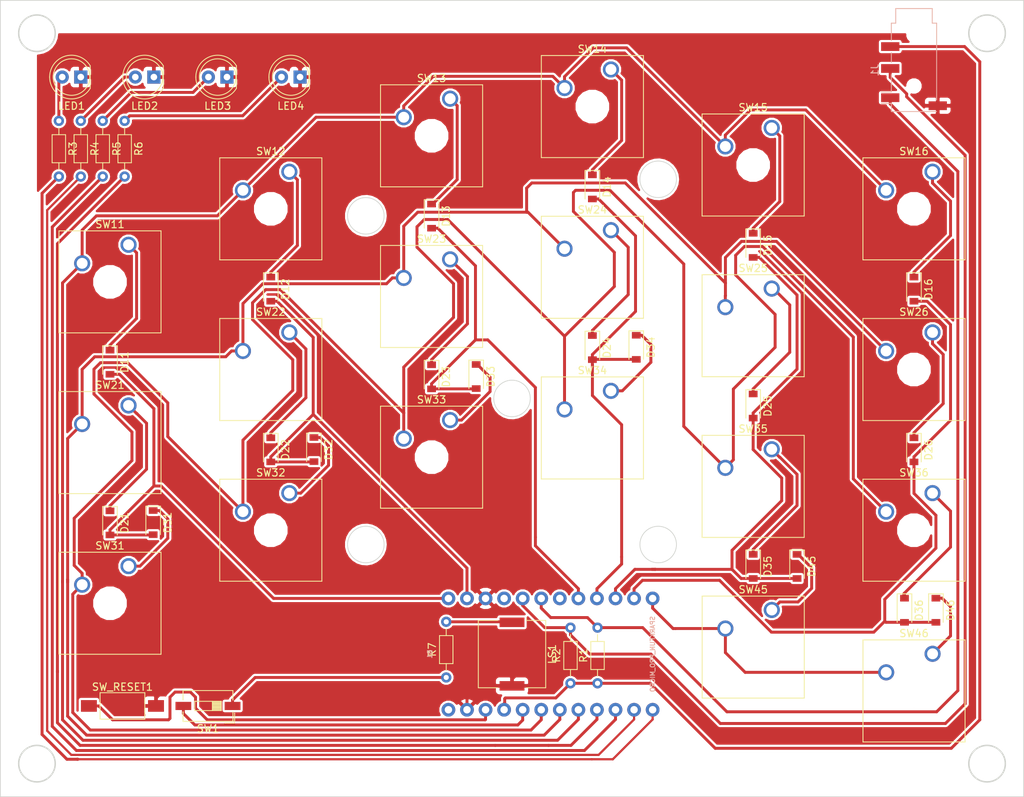
<source format=kicad_pcb>
(kicad_pcb (version 20171130) (host pcbnew "(5.0.1)-4")
  (layers (0 F.Cu signal) (31 B.Cu signal) (34 B.Paste user) (35 F.Paste user) (36 B.SilkS user) (37 F.SilkS user) (38 B.Mask user) (39 F.Mask user) (44 Edge.Cuts user))
  (net 0 "")
  (net 1 GND)
  (net 2 "Net-(B1-Pad5)")
  (net 3 "Net-(B1-Pad6)")
  (net 4 "Net-(B1-Pad7)")
  (net 5 /SPEAKER)
  (net 6 /ROW1)
  (net 7 /ROW2)
  (net 8 /ROW3)
  (net 9 /ROW4)
  (net 10 /COL6)
  (net 11 /COL5)
  (net 12 /COL4)
  (net 13 /COL3)
  (net 14 /COL2)
  (net 15 /COL1)
  (net 16 VCC)
  (net 17 "Net-(B1-Pad22)")
  (net 18 "Net-(B1-Pad24)")
  (net 19 "Net-(D11-Pad1)")
  (net 20 "Net-(D12-Pad1)")
  (net 21 "Net-(D13-Pad1)")
  (net 22 "Net-(D14-Pad1)")
  (net 23 "Net-(D15-Pad1)")
  (net 24 "Net-(D16-Pad1)")
  (net 25 "Net-(D21-Pad1)")
  (net 26 "Net-(D22-Pad1)")
  (net 27 "Net-(D23-Pad1)")
  (net 28 "Net-(D24-Pad1)")
  (net 29 "Net-(D25-Pad1)")
  (net 30 "Net-(D26-Pad1)")
  (net 31 "Net-(D31-Pad1)")
  (net 32 "Net-(D32-Pad1)")
  (net 33 "Net-(D33-Pad1)")
  (net 34 "Net-(D34-Pad1)")
  (net 35 "Net-(D35-Pad1)")
  (net 36 "Net-(D36-Pad1)")
  (net 37 /LED3)
  (net 38 /LED4)
  (net 39 "Net-(B1-Pad4)")
  (net 40 /LED1)
  (net 41 /LED2)
  (net 42 "Net-(LED1-Pad2)")
  (net 43 "Net-(LED2-Pad2)")
  (net 44 "Net-(LED3-Pad2)")
  (net 45 "Net-(LED4-Pad2)")
  (net 46 "Net-(LS1-Pad1)")
  (net 47 "Net-(D45-Pad1)")
  (net 48 "Net-(D46-Pad1)")
  (net 49 "Net-(R7-Pad1)")
  (module Buzzer_Beeper:Buzzer_Murata_PKMCS0909E4000-R1 (layer F.Cu) (at 142.8 159.67 270)
    (fp_text reference LS1 (at 0 -5.5 270) (layer F.SilkS))
    (fp_text value Speaker)
    (pad 2 smd rect (at 4.35 0 270) (size 1.3 3.4) (layers F.Cu F.Paste F.Mask) (net 1 GND))
    (pad 1 smd rect (at -4.35 0 270) (size 1.3 3.4) (layers F.Cu F.Paste F.Mask) (net 46 "Net-(LS1-Pad1)"))
  )
  (module Boards:SPARKFUN_PRO_MICRO (layer B.Cu) (at 146.8 159.67 270)
    (fp_text reference B1 (at 0 15.24 270) (layer B.SilkS) (effects (font (size 0.6096 0.6096) (thickness 0.127)) (justify mirror)))
    (fp_text value SPARKFUN_PRO_MICRO (at 0 -15.24 270) (layer B.SilkS) (effects (font (size 0.6096 0.6096) (thickness 0.127)) (justify mirror)))
    (pad 1 thru_hole circle (at -7.62 12.7 270) (size 1.8796 1.8796) (drill 1.016) (layers *.Cu *.Mask) (net 15 /COL1))
    (pad 2 thru_hole circle (at -7.62 10.16 270) (size 1.8796 1.8796) (drill 1.016) (layers *.Cu *.Mask) (net 14 /COL2))
    (pad 3 thru_hole circle (at -7.62 7.62 270) (size 1.8796 1.8796) (drill 1.016) (layers *.Cu *.Mask) (net 1 GND))
    (pad 4 thru_hole circle (at -7.62 5.08 270) (size 1.8796 1.8796) (drill 1.016) (layers *.Cu *.Mask) (net 39 "Net-(B1-Pad4)"))
    (pad 5 thru_hole circle (at -7.62 2.54 270) (size 1.8796 1.8796) (drill 1.016) (layers *.Cu *.Mask) (net 2 "Net-(B1-Pad5)"))
    (pad 6 thru_hole circle (at -7.62 0 270) (size 1.8796 1.8796) (drill 1.016) (layers *.Cu *.Mask) (net 3 "Net-(B1-Pad6)"))
    (pad 7 thru_hole circle (at -7.62 -2.54 270) (size 1.8796 1.8796) (drill 1.016) (layers *.Cu *.Mask) (net 4 "Net-(B1-Pad7)"))
    (pad 8 thru_hole circle (at -7.62 -5.08 270) (size 1.8796 1.8796) (drill 1.016) (layers *.Cu *.Mask) (net 13 /COL3))
    (pad 9 thru_hole circle (at -7.62 -7.62 270) (size 1.8796 1.8796) (drill 1.016) (layers *.Cu *.Mask) (net 12 /COL4))
    (pad 10 thru_hole circle (at -7.62 -10.16 270) (size 1.8796 1.8796) (drill 1.016) (layers *.Cu *.Mask) (net 11 /COL5))
    (pad 11 thru_hole circle (at -7.62 -12.7 270) (size 1.8796 1.8796) (drill 1.016) (layers *.Cu *.Mask) (net 10 /COL6))
    (pad 12 thru_hole circle (at -7.62 -15.24 270) (size 1.8796 1.8796) (drill 1.016) (layers *.Cu *.Mask) (net 9 /ROW4))
    (pad 13 thru_hole circle (at 7.62 -15.24 270) (size 1.8796 1.8796) (drill 1.016) (layers *.Cu *.Mask) (net 40 /LED1))
    (pad 14 thru_hole circle (at 7.62 -12.7 270) (size 1.8796 1.8796) (drill 1.016) (layers *.Cu *.Mask) (net 41 /LED2))
    (pad 15 thru_hole circle (at 7.62 -10.16 270) (size 1.8796 1.8796) (drill 1.016) (layers *.Cu *.Mask) (net 37 /LED3))
    (pad 16 thru_hole circle (at 7.62 -7.62 270) (size 1.8796 1.8796) (drill 1.016) (layers *.Cu *.Mask) (net 38 /LED4))
    (pad 17 thru_hole circle (at 7.62 -5.08 270) (size 1.8796 1.8796) (drill 1.016) (layers *.Cu *.Mask) (net 6 /ROW1))
    (pad 18 thru_hole circle (at 7.62 -2.54 270) (size 1.8796 1.8796) (drill 1.016) (layers *.Cu *.Mask) (net 7 /ROW2))
    (pad 19 thru_hole circle (at 7.62 0 270) (size 1.8796 1.8796) (drill 1.016) (layers *.Cu *.Mask) (net 8 /ROW3))
    (pad 20 thru_hole circle (at 7.62 2.54 270) (size 1.8796 1.8796) (drill 1.016) (layers *.Cu *.Mask) (net 5 /SPEAKER))
    (pad 21 thru_hole circle (at 7.62 5.08 270) (size 1.8796 1.8796) (drill 1.016) (layers *.Cu *.Mask) (net 16 VCC))
    (pad 22 thru_hole circle (at 7.62 7.62 270) (size 1.8796 1.8796) (drill 1.016) (layers *.Cu *.Mask) (net 17 "Net-(B1-Pad22)"))
    (pad 23 thru_hole circle (at 7.62 10.16 270) (size 1.8796 1.8796) (drill 1.016) (layers *.Cu *.Mask) (net 1 GND))
    (pad 24 thru_hole circle (at 7.62 12.7 270) (size 1.8796 1.8796) (drill 1.016) (layers *.Cu *.Mask) (net 18 "Net-(B1-Pad24)"))
  )
  (module Connector_Audio:Jack_3.5mm_PJ320D_Horizontal (layer B.Cu) (at 197.8 79.67 270)
    (fp_text reference J1 (at 0.05 5.35 270) (layer B.SilkS) (effects (justify mirror)))
    (fp_text value AudioJack4_Ground)
    (pad "" np_thru_hole circle (at 2.225 0 270) (size 1.5 1.5) (drill 1.5) (layers *.Cu *.Mask))
    (pad "" np_thru_hole circle (at -4.775 0 270) (size 1.5 1.5) (drill 1.5) (layers *.Cu *.Mask))
    (pad 3 smd rect (at -3.175 3.25 270) (size 1.2 2.5) (layers F.Cu B.Paste B.Mask) (net 16 VCC))
    (pad 2 smd rect (at -0.175 3.25 270) (size 1.2 2.5) (layers F.Cu B.Paste B.Mask) (net 2 "Net-(B1-Pad5)"))
    (pad 1 smd rect (at 3.825 3.25 270) (size 1.2 2.5) (layers F.Cu B.Paste B.Mask) (net 3 "Net-(B1-Pad6)"))
    (pad 4 smd rect (at 4.925 -3.25 270) (size 1.2 2.5) (layers F.Cu B.Paste B.Mask) (net 1 GND))
  )
  (module Button_Switch_Keyboard:SW_Cherry_MX1A_1.00u_Plate (layer F.Cu) (at 90.335109 103.630759)
    (fp_text reference SW11 (at -2.54 -2.794) (layer F.SilkS))
    (fp_text value SW_Push)
    (pad "" np_thru_hole circle (at -2.54 5.08) (size 4 4) (drill 4) (layers *.Cu *.Mask))
    (pad 2 thru_hole circle (at -6.35 2.54) (size 2.2 2.2) (drill 1.5) (layers *.Cu *.Mask) (net 6 /ROW1))
    (pad 1 thru_hole circle (at 0 0) (size 2.2 2.2) (drill 1.5) (layers *.Cu *.Mask) (net 19 "Net-(D11-Pad1)"))
  )
  (module Button_Switch_Keyboard:SW_Cherry_MX1A_1.00u_Plate (layer F.Cu) (at 90.335109 147.630759)
    (fp_text reference SW31 (at -2.54 -2.794) (layer F.SilkS))
    (fp_text value SW_Push)
    (pad 1 thru_hole circle (at 0 0) (size 2.2 2.2) (drill 1.5) (layers *.Cu *.Mask) (net 31 "Net-(D31-Pad1)"))
    (pad 2 thru_hole circle (at -6.35 2.54) (size 2.2 2.2) (drill 1.5) (layers *.Cu *.Mask) (net 8 /ROW3))
    (pad "" np_thru_hole circle (at -2.54 5.08) (size 4 4) (drill 4) (layers *.Cu *.Mask))
  )
  (module Button_Switch_Keyboard:SW_Cherry_MX1A_1.00u_Plate (layer F.Cu) (at 90.335109 125.630759)
    (fp_text reference SW21 (at -2.54 -2.794) (layer F.SilkS))
    (fp_text value SW_Push)
    (pad 1 thru_hole circle (at 0 0) (size 2.2 2.2) (drill 1.5) (layers *.Cu *.Mask) (net 25 "Net-(D21-Pad1)"))
    (pad 2 thru_hole circle (at -6.35 2.54) (size 2.2 2.2) (drill 1.5) (layers *.Cu *.Mask) (net 7 /ROW2))
    (pad "" np_thru_hole circle (at -2.54 5.08) (size 4 4) (drill 4) (layers *.Cu *.Mask))
  )
  (module Button_Switch_Keyboard:SW_Cherry_MX1A_1.00u_Plate (layer F.Cu) (at 112.335109 115.630759)
    (fp_text reference SW22 (at -2.54 -2.794) (layer F.SilkS))
    (fp_text value SW_Push)
    (pad "" np_thru_hole circle (at -2.54 5.08) (size 4 4) (drill 4) (layers *.Cu *.Mask))
    (pad 2 thru_hole circle (at -6.35 2.54) (size 2.2 2.2) (drill 1.5) (layers *.Cu *.Mask) (net 7 /ROW2))
    (pad 1 thru_hole circle (at 0 0) (size 2.2 2.2) (drill 1.5) (layers *.Cu *.Mask) (net 26 "Net-(D22-Pad1)"))
  )
  (module Button_Switch_Keyboard:SW_Cherry_MX1A_1.00u_Plate (layer F.Cu) (at 178.335109 109.630759)
    (fp_text reference SW25 (at -2.54 -2.794) (layer F.SilkS))
    (fp_text value SW_Push)
    (pad 1 thru_hole circle (at 0 0) (size 2.2 2.2) (drill 1.5) (layers *.Cu *.Mask) (net 29 "Net-(D25-Pad1)"))
    (pad 2 thru_hole circle (at -6.35 2.54) (size 2.2 2.2) (drill 1.5) (layers *.Cu *.Mask) (net 7 /ROW2))
    (pad "" np_thru_hole circle (at -2.54 5.08) (size 4 4) (drill 4) (layers *.Cu *.Mask))
  )
  (module Diode_SMD:D_SOD-123 (layer F.Cu) (at 109.795109 109.710759 270)
    (fp_text reference D12 (at 0 -2 270) (layer F.SilkS))
    (fp_text value DIODE)
    (pad 1 smd rect (at -1.65 0 270) (size 0.9 1.2) (layers F.Cu F.Paste F.Mask) (net 20 "Net-(D12-Pad1)"))
    (pad 2 smd rect (at 1.65 0 270) (size 0.9 1.2) (layers F.Cu F.Paste F.Mask) (net 14 /COL2))
  )
  (module Diode_SMD:D_SOD-123 (layer F.Cu) (at 87.795109 119.710759 270)
    (fp_text reference D11 (at 0 -2 270) (layer F.SilkS))
    (fp_text value DIODE)
    (pad 1 smd rect (at -1.65 0 270) (size 0.9 1.2) (layers F.Cu F.Paste F.Mask) (net 19 "Net-(D11-Pad1)"))
    (pad 2 smd rect (at 1.65 0 270) (size 0.9 1.2) (layers F.Cu F.Paste F.Mask) (net 15 /COL1))
  )
  (module Diode_SMD:D_SOD-123 (layer F.Cu) (at 153.795109 95.710759 270)
    (fp_text reference D14 (at 0 -2 270) (layer F.SilkS))
    (fp_text value DIODE)
    (pad 2 smd rect (at 1.65 0 270) (size 0.9 1.2) (layers F.Cu F.Paste F.Mask) (net 12 /COL4))
    (pad 1 smd rect (at -1.65 0 270) (size 0.9 1.2) (layers F.Cu F.Paste F.Mask) (net 22 "Net-(D14-Pad1)"))
  )
  (module Button_Switch_Keyboard:SW_Cherry_MX1A_1.00u_Plate (layer F.Cu) (at 156.335109 79.630759)
    (fp_text reference SW14 (at -2.54 -2.794) (layer F.SilkS))
    (fp_text value SW_Push)
    (pad 1 thru_hole circle (at 0 0) (size 2.2 2.2) (drill 1.5) (layers *.Cu *.Mask) (net 22 "Net-(D14-Pad1)"))
    (pad 2 thru_hole circle (at -6.35 2.54) (size 2.2 2.2) (drill 1.5) (layers *.Cu *.Mask) (net 6 /ROW1))
    (pad "" np_thru_hole circle (at -2.54 5.08) (size 4 4) (drill 4) (layers *.Cu *.Mask))
  )
  (module Button_Switch_Keyboard:SW_Cherry_MX1A_1.00u_Plate (layer F.Cu) (at 200.335109 137.630759)
    (fp_text reference SW36 (at -2.54 -2.794) (layer F.SilkS))
    (fp_text value SW_Push)
    (pad "" np_thru_hole circle (at -2.54 5.08) (size 4 4) (drill 4) (layers *.Cu *.Mask))
    (pad 2 thru_hole circle (at -6.35 2.54) (size 2.2 2.2) (drill 1.5) (layers *.Cu *.Mask) (net 8 /ROW3))
    (pad 1 thru_hole circle (at 0 0) (size 2.2 2.2) (drill 1.5) (layers *.Cu *.Mask) (net 36 "Net-(D36-Pad1)"))
  )
  (module Resistor_THT:R_Axial_DIN0204_L3.6mm_D1.6mm_P7.62mm_Horizontal (layer F.Cu) (at 86.8 86.67 270)
    (fp_text reference R5 (at 3.81 -1.92 270) (layer F.SilkS))
    (fp_text value R)
    (pad 2 thru_hole oval (at 7.62 0 270) (size 1.4 1.4) (drill 0.7) (layers *.Cu *.Mask) (net 37 /LED3))
    (pad 1 thru_hole circle (at 0 0 270) (size 1.4 1.4) (drill 0.7) (layers *.Cu *.Mask) (net 44 "Net-(LED3-Pad2)"))
  )
  (module LED_THT:LED_D5.0mm (layer F.Cu) (at 103.8 80.67 180)
    (fp_text reference LED3 (at 1.27 -3.96 180) (layer F.SilkS))
    (fp_text value LED)
    (pad 2 thru_hole circle (at 2.54 0 180) (size 1.8 1.8) (drill 0.9) (layers *.Cu *.Mask) (net 44 "Net-(LED3-Pad2)"))
    (pad 1 thru_hole rect (at 0 0 180) (size 1.8 1.8) (drill 0.9) (layers *.Cu *.Mask) (net 1 GND))
  )
  (module Resistor_THT:R_Axial_DIN0204_L3.6mm_D1.6mm_P7.62mm_Horizontal (layer F.Cu) (at 80.8 86.67 270)
    (fp_text reference R3 (at 3.81 -1.92 270) (layer F.SilkS))
    (fp_text value R)
    (pad 2 thru_hole oval (at 7.62 0 270) (size 1.4 1.4) (drill 0.7) (layers *.Cu *.Mask) (net 40 /LED1))
    (pad 1 thru_hole circle (at 0 0 270) (size 1.4 1.4) (drill 0.7) (layers *.Cu *.Mask) (net 42 "Net-(LED1-Pad2)"))
  )
  (module Resistor_THT:R_Axial_DIN0204_L3.6mm_D1.6mm_P7.62mm_Horizontal (layer F.Cu) (at 89.8 86.67 270)
    (fp_text reference R6 (at 3.81 -1.92 270) (layer F.SilkS))
    (fp_text value R)
    (pad 2 thru_hole oval (at 7.62 0 270) (size 1.4 1.4) (drill 0.7) (layers *.Cu *.Mask) (net 38 /LED4))
    (pad 1 thru_hole circle (at 0 0 270) (size 1.4 1.4) (drill 0.7) (layers *.Cu *.Mask) (net 45 "Net-(LED4-Pad2)"))
  )
  (module Resistor_THT:R_Axial_DIN0204_L3.6mm_D1.6mm_P7.62mm_Horizontal (layer F.Cu) (at 133.8 162.87 90)
    (fp_text reference R7 (at 3.81 -1.92 90) (layer F.SilkS))
    (fp_text value R)
    (pad 1 thru_hole circle (at 0 0 90) (size 1.4 1.4) (drill 0.7) (layers *.Cu *.Mask) (net 49 "Net-(R7-Pad1)"))
    (pad 2 thru_hole oval (at 7.62 0 90) (size 1.4 1.4) (drill 0.7) (layers *.Cu *.Mask) (net 46 "Net-(LS1-Pad1)"))
  )
  (module LED_THT:LED_D5.0mm (layer F.Cu) (at 83.8 80.67 180)
    (fp_text reference LED1 (at 1.27 -3.96 180) (layer F.SilkS))
    (fp_text value LED)
    (pad 2 thru_hole circle (at 2.54 0 180) (size 1.8 1.8) (drill 0.9) (layers *.Cu *.Mask) (net 42 "Net-(LED1-Pad2)"))
    (pad 1 thru_hole rect (at 0 0 180) (size 1.8 1.8) (drill 0.9) (layers *.Cu *.Mask) (net 1 GND))
  )
  (module Resistor_THT:R_Axial_DIN0204_L3.6mm_D1.6mm_P7.62mm_Horizontal (layer F.Cu) (at 83.8 86.67 270)
    (fp_text reference R4 (at 3.81 -1.92 270) (layer F.SilkS))
    (fp_text value R)
    (pad 2 thru_hole oval (at 7.62 0 270) (size 1.4 1.4) (drill 0.7) (layers *.Cu *.Mask) (net 41 /LED2))
    (pad 1 thru_hole circle (at 0 0 270) (size 1.4 1.4) (drill 0.7) (layers *.Cu *.Mask) (net 43 "Net-(LED2-Pad2)"))
  )
  (module LED_THT:LED_D5.0mm (layer F.Cu) (at 113.8 80.67 180)
    (fp_text reference LED4 (at 1.27 -3.96 180) (layer F.SilkS))
    (fp_text value LED)
    (pad 1 thru_hole rect (at 0 0 180) (size 1.8 1.8) (drill 0.9) (layers *.Cu *.Mask) (net 1 GND))
    (pad 2 thru_hole circle (at 2.54 0 180) (size 1.8 1.8) (drill 0.9) (layers *.Cu *.Mask) (net 45 "Net-(LED4-Pad2)"))
  )
  (module LED_THT:LED_D5.0mm (layer F.Cu) (at 93.8 80.67 180)
    (fp_text reference LED2 (at 1.27 -3.96 180) (layer F.SilkS))
    (fp_text value LED)
    (pad 1 thru_hole rect (at 0 0 180) (size 1.8 1.8) (drill 0.9) (layers *.Cu *.Mask) (net 1 GND))
    (pad 2 thru_hole circle (at 2.54 0 180) (size 1.8 1.8) (drill 0.9) (layers *.Cu *.Mask) (net 43 "Net-(LED2-Pad2)"))
  )
  (module Diode_SMD:D_SOD-123 (layer F.Cu) (at 153.795109 117.710759 270)
    (fp_text reference D24 (at 0 -2 270) (layer F.SilkS))
    (fp_text value DIODE)
    (pad 1 smd rect (at -1.65 0 270) (size 0.9 1.2) (layers F.Cu F.Paste F.Mask) (net 28 "Net-(D24-Pad1)"))
    (pad 2 smd rect (at 1.65 0 270) (size 0.9 1.2) (layers F.Cu F.Paste F.Mask) (net 12 /COL4))
  )
  (module Diode_SMD:D_SOD-123 (layer F.Cu) (at 196.5 153.67 270)
    (fp_text reference D36 (at 0 -2 270) (layer F.SilkS))
    (fp_text value DIODE)
    (pad 1 smd rect (at -1.65 0 270) (size 0.9 1.2) (layers F.Cu F.Paste F.Mask) (net 36 "Net-(D36-Pad1)"))
    (pad 2 smd rect (at 1.65 0 270) (size 0.9 1.2) (layers F.Cu F.Paste F.Mask) (net 10 /COL6))
  )
  (module Diode_SMD:D_SOD-123 (layer F.Cu) (at 131.795109 99.710759 270)
    (fp_text reference D13 (at 0 -2 270) (layer F.SilkS))
    (fp_text value DIODE)
    (pad 2 smd rect (at 1.65 0 270) (size 0.9 1.2) (layers F.Cu F.Paste F.Mask) (net 13 /COL3))
    (pad 1 smd rect (at -1.65 0 270) (size 0.9 1.2) (layers F.Cu F.Paste F.Mask) (net 21 "Net-(D13-Pad1)"))
  )
  (module Button_Switch_Keyboard:SW_Cherry_MX1A_1.00u_Plate (layer F.Cu) (at 134.335109 127.630759)
    (fp_text reference SW33 (at -2.54 -2.794) (layer F.SilkS))
    (fp_text value SW_Push)
    (pad "" np_thru_hole circle (at -2.54 5.08) (size 4 4) (drill 4) (layers *.Cu *.Mask))
    (pad 2 thru_hole circle (at -6.35 2.54) (size 2.2 2.2) (drill 1.5) (layers *.Cu *.Mask) (net 8 /ROW3))
    (pad 1 thru_hole circle (at 0 0) (size 2.2 2.2) (drill 1.5) (layers *.Cu *.Mask) (net 33 "Net-(D33-Pad1)"))
  )
  (module Diode_SMD:D_SOD-123 (layer F.Cu) (at 197.795109 131.710759 270)
    (fp_text reference D26 (at 0 -2 270) (layer F.SilkS))
    (fp_text value DIODE)
    (pad 1 smd rect (at -1.65 0 270) (size 0.9 1.2) (layers F.Cu F.Paste F.Mask) (net 30 "Net-(D26-Pad1)"))
    (pad 2 smd rect (at 1.65 0 270) (size 0.9 1.2) (layers F.Cu F.Paste F.Mask) (net 10 /COL6))
  )
  (module Button_Switch_Keyboard:SW_Cherry_MX1A_1.00u_Plate (layer F.Cu) (at 178.335109 131.630759)
    (fp_text reference SW35 (at -2.54 -2.794) (layer F.SilkS))
    (fp_text value SW_Push)
    (pad "" np_thru_hole circle (at -2.54 5.08) (size 4 4) (drill 4) (layers *.Cu *.Mask))
    (pad 2 thru_hole circle (at -6.35 2.54) (size 2.2 2.2) (drill 1.5) (layers *.Cu *.Mask) (net 8 /ROW3))
    (pad 1 thru_hole circle (at 0 0) (size 2.2 2.2) (drill 1.5) (layers *.Cu *.Mask) (net 35 "Net-(D35-Pad1)"))
  )
  (module Diode_SMD:D_SOD-123 (layer F.Cu) (at 137.9 121.67 270)
    (fp_text reference D33 (at 0 -2 270) (layer F.SilkS))
    (fp_text value DIODE)
    (pad 2 smd rect (at 1.65 0 270) (size 0.9 1.2) (layers F.Cu F.Paste F.Mask) (net 13 /COL3))
    (pad 1 smd rect (at -1.65 0 270) (size 0.9 1.2) (layers F.Cu F.Paste F.Mask) (net 33 "Net-(D33-Pad1)"))
  )
  (module Diode_SMD:D_SOD-123 (layer F.Cu) (at 93.7 141.67 270)
    (fp_text reference D31 (at 0 -2 270) (layer F.SilkS))
    (fp_text value DIODE)
    (pad 2 smd rect (at 1.65 0 270) (size 0.9 1.2) (layers F.Cu F.Paste F.Mask) (net 15 /COL1))
    (pad 1 smd rect (at -1.65 0 270) (size 0.9 1.2) (layers F.Cu F.Paste F.Mask) (net 31 "Net-(D31-Pad1)"))
  )
  (module Diode_SMD:D_SOD-123 (layer F.Cu) (at 175.795109 125.710759 270)
    (fp_text reference D25 (at 0 -2 270) (layer F.SilkS))
    (fp_text value DIODE)
    (pad 2 smd rect (at 1.65 0 270) (size 0.9 1.2) (layers F.Cu F.Paste F.Mask) (net 11 /COL5))
    (pad 1 smd rect (at -1.65 0 270) (size 0.9 1.2) (layers F.Cu F.Paste F.Mask) (net 29 "Net-(D25-Pad1)"))
  )
  (module Resistor_THT:R_Axial_DIN0204_L3.6mm_D1.6mm_P7.62mm_Horizontal (layer F.Cu) (at 150.8 163.67 90)
    (fp_text reference R2 (at 3.81 -1.92 90) (layer F.SilkS))
    (fp_text value R)
    (pad 1 thru_hole circle (at 0 0 90) (size 1.4 1.4) (drill 0.7) (layers *.Cu *.Mask) (net 16 VCC))
    (pad 2 thru_hole oval (at 7.62 0 90) (size 1.4 1.4) (drill 0.7) (layers *.Cu *.Mask) (net 2 "Net-(B1-Pad5)"))
  )
  (module Button_Switch_Keyboard:SW_Cherry_MX1A_1.00u_Plate (layer F.Cu) (at 134.335109 83.630759)
    (fp_text reference SW13 (at -2.54 -2.794) (layer F.SilkS))
    (fp_text value SW_Push)
    (pad "" np_thru_hole circle (at -2.54 5.08) (size 4 4) (drill 4) (layers *.Cu *.Mask))
    (pad 2 thru_hole circle (at -6.35 2.54) (size 2.2 2.2) (drill 1.5) (layers *.Cu *.Mask) (net 6 /ROW1))
    (pad 1 thru_hole circle (at 0 0) (size 2.2 2.2) (drill 1.5) (layers *.Cu *.Mask) (net 21 "Net-(D13-Pad1)"))
  )
  (module Button_Switch_Keyboard:SW_Cherry_MX1A_1.00u_Plate (layer F.Cu) (at 156.335109 101.630759)
    (fp_text reference SW24 (at -2.54 -2.794) (layer F.SilkS))
    (fp_text value SW_Push)
    (pad "" np_thru_hole circle (at -2.54 5.08) (size 4 4) (drill 4) (layers *.Cu *.Mask))
    (pad 2 thru_hole circle (at -6.35 2.54) (size 2.2 2.2) (drill 1.5) (layers *.Cu *.Mask) (net 7 /ROW2))
    (pad 1 thru_hole circle (at 0 0) (size 2.2 2.2) (drill 1.5) (layers *.Cu *.Mask) (net 28 "Net-(D24-Pad1)"))
  )
  (module Diode_SMD:D_SOD-123 (layer F.Cu) (at 175.8 147.67 270)
    (fp_text reference D35 (at 0 -2 270) (layer F.SilkS))
    (fp_text value DIODE)
    (pad 2 smd rect (at 1.65 0 270) (size 0.9 1.2) (layers F.Cu F.Paste F.Mask) (net 11 /COL5))
    (pad 1 smd rect (at -1.65 0 270) (size 0.9 1.2) (layers F.Cu F.Paste F.Mask) (net 35 "Net-(D35-Pad1)"))
  )
  (module Diode_SMD:D_SOD-123 (layer F.Cu) (at 87.795109 141.710759 270)
    (fp_text reference D21 (at 0 -2 270) (layer F.SilkS))
    (fp_text value DIODE)
    (pad 2 smd rect (at 1.65 0 270) (size 0.9 1.2) (layers F.Cu F.Paste F.Mask) (net 15 /COL1))
    (pad 1 smd rect (at -1.65 0 270) (size 0.9 1.2) (layers F.Cu F.Paste F.Mask) (net 25 "Net-(D21-Pad1)"))
  )
  (module Button_Switch_Keyboard:SW_Cherry_MX1A_1.00u_Plate (layer F.Cu) (at 156.335109 123.630759)
    (fp_text reference SW34 (at -2.54 -2.794) (layer F.SilkS))
    (fp_text value SW_Push)
    (pad 1 thru_hole circle (at 0 0) (size 2.2 2.2) (drill 1.5) (layers *.Cu *.Mask) (net 34 "Net-(D34-Pad1)"))
    (pad 2 thru_hole circle (at -6.35 2.54) (size 2.2 2.2) (drill 1.5) (layers *.Cu *.Mask) (net 8 /ROW3))
    (pad "" np_thru_hole circle (at -2.54 5.08) (size 4 4) (drill 4) (layers *.Cu *.Mask))
  )
  (module Button_Switch_Keyboard:SW_Cherry_MX1A_1.00u_Plate (layer F.Cu) (at 112.335109 93.630759)
    (fp_text reference SW12 (at -2.54 -2.794) (layer F.SilkS))
    (fp_text value SW_Push)
    (pad "" np_thru_hole circle (at -2.54 5.08) (size 4 4) (drill 4) (layers *.Cu *.Mask))
    (pad 2 thru_hole circle (at -6.35 2.54) (size 2.2 2.2) (drill 1.5) (layers *.Cu *.Mask) (net 6 /ROW1))
    (pad 1 thru_hole circle (at 0 0) (size 2.2 2.2) (drill 1.5) (layers *.Cu *.Mask) (net 20 "Net-(D12-Pad1)"))
  )
  (module Diode_SMD:D_SOD-123 (layer F.Cu) (at 115.7 131.67 270)
    (fp_text reference D32 (at 0 -2 270) (layer F.SilkS))
    (fp_text value DIODE)
    (pad 2 smd rect (at 1.65 0 270) (size 0.9 1.2) (layers F.Cu F.Paste F.Mask) (net 14 /COL2))
    (pad 1 smd rect (at -1.65 0 270) (size 0.9 1.2) (layers F.Cu F.Paste F.Mask) (net 32 "Net-(D32-Pad1)"))
  )
  (module Button_Switch_Keyboard:SW_Cherry_MX1A_1.00u_Plate (layer F.Cu) (at 134.335109 105.630759)
    (fp_text reference SW23 (at -2.54 -2.794) (layer F.SilkS))
    (fp_text value SW_Push)
    (pad 1 thru_hole circle (at 0 0) (size 2.2 2.2) (drill 1.5) (layers *.Cu *.Mask) (net 27 "Net-(D23-Pad1)"))
    (pad 2 thru_hole circle (at -6.35 2.54) (size 2.2 2.2) (drill 1.5) (layers *.Cu *.Mask) (net 7 /ROW2))
    (pad "" np_thru_hole circle (at -2.54 5.08) (size 4 4) (drill 4) (layers *.Cu *.Mask))
  )
  (module Button_Switch_Keyboard:SW_Cherry_MX1A_1.00u_Plate (layer F.Cu) (at 112.335109 137.630759)
    (fp_text reference SW32 (at -2.54 -2.794) (layer F.SilkS))
    (fp_text value SW_Push)
    (pad 1 thru_hole circle (at 0 0) (size 2.2 2.2) (drill 1.5) (layers *.Cu *.Mask) (net 32 "Net-(D32-Pad1)"))
    (pad 2 thru_hole circle (at -6.35 2.54) (size 2.2 2.2) (drill 1.5) (layers *.Cu *.Mask) (net 8 /ROW3))
    (pad "" np_thru_hole circle (at -2.54 5.08) (size 4 4) (drill 4) (layers *.Cu *.Mask))
  )
  (module Diode_SMD:D_SOD-123 (layer F.Cu) (at 175.795109 103.710759 270)
    (fp_text reference D15 (at 0 -2 270) (layer F.SilkS))
    (fp_text value DIODE)
    (pad 1 smd rect (at -1.65 0 270) (size 0.9 1.2) (layers F.Cu F.Paste F.Mask) (net 23 "Net-(D15-Pad1)"))
    (pad 2 smd rect (at 1.65 0 270) (size 0.9 1.2) (layers F.Cu F.Paste F.Mask) (net 11 /COL5))
  )
  (module Diode_SMD:D_SOD-123 (layer F.Cu) (at 197.795109 109.710759 270)
    (fp_text reference D16 (at 0 -2 270) (layer F.SilkS))
    (fp_text value DIODE)
    (pad 1 smd rect (at -1.65 0 270) (size 0.9 1.2) (layers F.Cu F.Paste F.Mask) (net 24 "Net-(D16-Pad1)"))
    (pad 2 smd rect (at 1.65 0 270) (size 0.9 1.2) (layers F.Cu F.Paste F.Mask) (net 10 /COL6))
  )
  (module Diode_SMD:D_SOD-123 (layer F.Cu) (at 159.8 117.67 270)
    (fp_text reference D34 (at 0 -2 270) (layer F.SilkS))
    (fp_text value DIODE)
    (pad 1 smd rect (at -1.65 0 270) (size 0.9 1.2) (layers F.Cu F.Paste F.Mask) (net 34 "Net-(D34-Pad1)"))
    (pad 2 smd rect (at 1.65 0 270) (size 0.9 1.2) (layers F.Cu F.Paste F.Mask) (net 12 /COL4))
  )
  (module Button_Switch_Keyboard:SW_Cherry_MX1A_1.00u_Plate (layer F.Cu) (at 178.335109 87.630759)
    (fp_text reference SW15 (at -2.54 -2.794) (layer F.SilkS))
    (fp_text value SW_Push)
    (pad "" np_thru_hole circle (at -2.54 5.08) (size 4 4) (drill 4) (layers *.Cu *.Mask))
    (pad 2 thru_hole circle (at -6.35 2.54) (size 2.2 2.2) (drill 1.5) (layers *.Cu *.Mask) (net 6 /ROW1))
    (pad 1 thru_hole circle (at 0 0) (size 2.2 2.2) (drill 1.5) (layers *.Cu *.Mask) (net 23 "Net-(D15-Pad1)"))
  )
  (module Diode_SMD:D_SOD-123 (layer F.Cu) (at 131.795109 121.710759 270)
    (fp_text reference D23 (at 0 -2 270) (layer F.SilkS))
    (fp_text value DIODE)
    (pad 2 smd rect (at 1.65 0 270) (size 0.9 1.2) (layers F.Cu F.Paste F.Mask) (net 13 /COL3))
    (pad 1 smd rect (at -1.65 0 270) (size 0.9 1.2) (layers F.Cu F.Paste F.Mask) (net 27 "Net-(D23-Pad1)"))
  )
  (module Resistor_THT:R_Axial_DIN0204_L3.6mm_D1.6mm_P7.62mm_Horizontal (layer F.Cu) (at 154.5 163.67 90)
    (fp_text reference R1 (at 3.81 -1.92 90) (layer F.SilkS))
    (fp_text value R)
    (pad 2 thru_hole oval (at 7.62 0 90) (size 1.4 1.4) (drill 0.7) (layers *.Cu *.Mask) (net 3 "Net-(B1-Pad6)"))
    (pad 1 thru_hole circle (at 0 0 90) (size 1.4 1.4) (drill 0.7) (layers *.Cu *.Mask) (net 16 VCC))
  )
  (module Button_Switch_Keyboard:SW_Cherry_MX1A_1.00u_Plate (layer F.Cu) (at 200.335109 93.630759)
    (fp_text reference SW16 (at -2.54 -2.794) (layer F.SilkS))
    (fp_text value SW_Push)
    (pad 1 thru_hole circle (at 0 0) (size 2.2 2.2) (drill 1.5) (layers *.Cu *.Mask) (net 24 "Net-(D16-Pad1)"))
    (pad 2 thru_hole circle (at -6.35 2.54) (size 2.2 2.2) (drill 1.5) (layers *.Cu *.Mask) (net 6 /ROW1))
    (pad "" np_thru_hole circle (at -2.54 5.08) (size 4 4) (drill 4) (layers *.Cu *.Mask))
  )
  (module Diode_SMD:D_SOD-123 (layer F.Cu) (at 109.795109 131.710759 270)
    (fp_text reference D22 (at 0 -2 270) (layer F.SilkS))
    (fp_text value DIODE)
    (pad 2 smd rect (at 1.65 0 270) (size 0.9 1.2) (layers F.Cu F.Paste F.Mask) (net 14 /COL2))
    (pad 1 smd rect (at -1.65 0 270) (size 0.9 1.2) (layers F.Cu F.Paste F.Mask) (net 26 "Net-(D22-Pad1)"))
  )
  (module Button_Switch_Keyboard:SW_Cherry_MX1A_1.00u_Plate (layer F.Cu) (at 200.335109 115.630759)
    (fp_text reference SW26 (at -2.54 -2.794) (layer F.SilkS))
    (fp_text value SW_Push)
    (pad "" np_thru_hole circle (at -2.54 5.08) (size 4 4) (drill 4) (layers *.Cu *.Mask))
    (pad 2 thru_hole circle (at -6.35 2.54) (size 2.2 2.2) (drill 1.5) (layers *.Cu *.Mask) (net 7 /ROW2))
    (pad 1 thru_hole circle (at 0 0) (size 2.2 2.2) (drill 1.5) (layers *.Cu *.Mask) (net 30 "Net-(D26-Pad1)"))
  )
  (module Diode_SMD:D_SOD-123 (layer F.Cu) (at 181.8 147.67 270)
    (fp_text reference D45 (at 0 -2 270) (layer F.SilkS))
    (fp_text value DIODE)
    (pad 2 smd rect (at 1.65 0 270) (size 0.9 1.2) (layers F.Cu F.Paste F.Mask) (net 11 /COL5))
    (pad 1 smd rect (at -1.65 0 270) (size 0.9 1.2) (layers F.Cu F.Paste F.Mask) (net 47 "Net-(D45-Pad1)"))
  )
  (module Diode_SMD:D_SOD-123 (layer F.Cu) (at 200.8 153.67 270)
    (fp_text reference D46 (at 0 -2 270) (layer F.SilkS))
    (fp_text value DIODE)
    (pad 1 smd rect (at -1.65 0 270) (size 0.9 1.2) (layers F.Cu F.Paste F.Mask) (net 48 "Net-(D46-Pad1)"))
    (pad 2 smd rect (at 1.65 0 270) (size 0.9 1.2) (layers F.Cu F.Paste F.Mask) (net 10 /COL6))
  )
  (module Button_Switch_Keyboard:SW_Cherry_MX1A_1.00u_Plate (layer F.Cu) (at 178.344891 153.630759)
    (fp_text reference SW45 (at -2.54 -2.794) (layer F.SilkS))
    (fp_text value SW_Push)
    (pad "" np_thru_hole circle (at -2.54 5.08) (size 4 4) (drill 4) (layers *.Cu *.Mask))
    (pad 2 thru_hole circle (at -6.35 2.54) (size 2.2 2.2) (drill 1.5) (layers *.Cu *.Mask) (net 9 /ROW4))
    (pad 1 thru_hole circle (at 0 0) (size 2.2 2.2) (drill 1.5) (layers *.Cu *.Mask) (net 47 "Net-(D45-Pad1)"))
  )
  (module Button_Switch_Keyboard:SW_Cherry_MX1A_1.00u_Plate (layer F.Cu) (at 200.344891 159.630759)
    (fp_text reference SW46 (at -2.54 -2.794) (layer F.SilkS))
    (fp_text value SW_Push)
    (pad 1 thru_hole circle (at 0 0) (size 2.2 2.2) (drill 1.5) (layers *.Cu *.Mask) (net 48 "Net-(D46-Pad1)"))
    (pad 2 thru_hole circle (at -6.35 2.54) (size 2.2 2.2) (drill 1.5) (layers *.Cu *.Mask) (net 9 /ROW4))
    (pad "" np_thru_hole circle (at -2.54 5.08) (size 4 4) (drill 4) (layers *.Cu *.Mask))
  )
  (module Button_Switch_SMD:SW_DIP_SPSTx01_Slide_6.7x4.1mm_W6.73mm_P2.54mm_LowProfile_JPin (layer F.Cu) (at 101.2 166.77 180)
    (fp_text reference SW1 (at 0 -3.11 180) (layer F.SilkS))
    (fp_text value SW_DIP_x01)
    (pad 1 smd rect (at -3.365 0 180) (size 2.16 1.12) (layers F.Cu F.Paste F.Mask) (net 49 "Net-(R7-Pad1)"))
    (pad 2 smd rect (at 3.365 0 180) (size 2.16 1.12) (layers F.Cu F.Paste F.Mask) (net 5 /SPEAKER))
  )
  (module Button_Switch_SMD:SW_SPST_FSMSM (layer F.Cu) (at 89.5 166.77)
    (fp_text reference SW_RESET1 (at 0 -2.6) (layer F.SilkS))
    (fp_text value SW_Push)
    (pad 1 smd rect (at -4.59 0) (size 2.18 1.6) (layers F.Cu F.Paste F.Mask) (net 17 "Net-(B1-Pad22)"))
    (pad 2 smd rect (at 4.59 0) (size 2.18 1.6) (layers F.Cu F.Paste F.Mask) (net 1 GND))
  )
  (gr_circle (center 207.8 74.67) (end 207.8 72.17) (layer Edge.Cuts) (width 0.2))
  (gr_circle (center 207.8 174.67) (end 207.8 177.17) (layer Edge.Cuts) (width 0.2))
  (gr_circle (center 77.8 174.67) (end 77.8 177.17) (layer Edge.Cuts) (width 0.2))
  (gr_circle (center 77.8 74.67) (end 77.8 72.17) (layer Edge.Cuts) (width 0.2))
  (gr_circle (center 122.8 144.67) (end 122.8 142.17) (layer Edge.Cuts) (width 0.1))
  (gr_circle (center 122.8 99.67) (end 120.3 99.67) (layer Edge.Cuts) (width 0.1))
  (gr_circle (center 142.8 124.67) (end 142.8 122.17) (layer Edge.Cuts) (width 0.1))
  (gr_circle (center 162.8 94.67) (end 162.8 92.17) (layer Edge.Cuts) (width 0.1))
  (gr_circle (center 162.8 144.67) (end 162.8 142.17) (layer Edge.Cuts) (width 0.1))
  (gr_line (start 212.795109 179.210759) (end 72.795109 179.210759) (layer Edge.Cuts) (width 0.1))
  (gr_line (start 212.8 70.17) (end 212.8 179.17) (layer Edge.Cuts) (width 0.1))
  (gr_line (start 72.8 179.17) (end 72.8 70.17) (layer Edge.Cuts) (width 0.1))
  (gr_line (start 212.8 70.17) (end 72.8 70.17) (layer Edge.Cuts) (width 0.1))
  (gr_line (start 72.804891 179.210759) (end 212.804891 179.210759) (layer Edge.Cuts) (width 0.1))
  (segment (start 113.8 79.52) (end 113.8 80.67) (width 0.4) (layer F.Cu) (net 1))
  (segment (start 112.15 77.87) (end 113.8 79.52) (width 0.4) (layer F.Cu) (net 1))
  (segment (start 83.8 79.52) (end 85.45 77.87) (width 0.4) (layer F.Cu) (net 1))
  (segment (start 83.8 80.67) (end 83.8 79.52) (width 0.4) (layer F.Cu) (net 1))
  (segment (start 93.8 77.87) (end 93.8 80.67) (width 0.4) (layer F.Cu) (net 1))
  (segment (start 85.45 77.87) (end 93.8 77.87) (width 0.4) (layer F.Cu) (net 1))
  (segment (start 103.8 79.52) (end 103.8 77.87) (width 0.4) (layer F.Cu) (net 1))
  (segment (start 103.8 80.67) (end 103.8 79.52) (width 0.4) (layer F.Cu) (net 1))
  (segment (start 93.8 77.87) (end 103.8 77.87) (width 0.4) (layer F.Cu) (net 1))
  (segment (start 103.8 77.87) (end 112.15 77.87) (width 0.4) (layer F.Cu) (net 1))
  (segment (start 136.64 167.29) (end 136.64 165.83) (width 0.4) (layer F.Cu) (net 1))
  (segment (start 138.45 164.02) (end 142.8 164.02) (width 0.4) (layer F.Cu) (net 1))
  (segment (start 136.64 165.83) (end 138.45 164.02) (width 0.4) (layer F.Cu) (net 1))
  (segment (start 205.8 85.67) (end 204.725 84.595) (width 0.4) (layer F.Cu) (net 1))
  (segment (start 205.8 167.67) (end 205.8 85.67) (width 0.4) (layer F.Cu) (net 1))
  (segment (start 204.725 84.595) (end 201.05 84.595) (width 0.4) (layer F.Cu) (net 1))
  (segment (start 142.8 164.02) (end 142.8 163.12) (width 0.4) (layer F.Cu) (net 1))
  (segment (start 142.8 163.12) (end 144.25 161.67) (width 0.4) (layer F.Cu) (net 1))
  (segment (start 144.25 161.67) (end 161.4 161.67) (width 0.4) (layer F.Cu) (net 1))
  (segment (start 161.4 161.67) (end 170.4 170.67) (width 0.4) (layer F.Cu) (net 1))
  (segment (start 170.4 170.67) (end 202.8 170.67) (width 0.4) (layer F.Cu) (net 1))
  (segment (start 202.8 170.67) (end 205.8 167.67) (width 0.4) (layer F.Cu) (net 1))
  (segment (start 201.05 80.72) (end 201.05 84.595) (width 0.4) (layer F.Cu) (net 1))
  (segment (start 189.8 75.87) (end 192 78.07) (width 0.4) (layer F.Cu) (net 1))
  (segment (start 113.8 79.52) (end 117.15 76.17) (width 0.4) (layer F.Cu) (net 1))
  (segment (start 189.8 75.87) (end 117.45 75.87) (width 0.4) (layer F.Cu) (net 1))
  (segment (start 117.45 75.87) (end 117.15 76.17) (width 0.4) (layer F.Cu) (net 1))
  (segment (start 192 78.07) (end 198.4 78.07) (width 0.4) (layer F.Cu) (net 1))
  (segment (start 198.4 78.07) (end 201.05 80.72) (width 0.4) (layer F.Cu) (net 1))
  (segment (start 138.45 164.02) (end 138.15 164.02) (width 0.4) (layer F.Cu) (net 1))
  (segment (start 138.15 164.02) (end 135.7 161.57) (width 0.4) (layer F.Cu) (net 1))
  (segment (start 94.09 165.72) (end 94.09 166.77) (width 0.4) (layer F.Cu) (net 1))
  (segment (start 98.24 161.57) (end 94.09 165.72) (width 0.4) (layer F.Cu) (net 1))
  (segment (start 135.7 161.57) (end 98.24 161.57) (width 0.4) (layer F.Cu) (net 1))
  (segment (start 144.26 152.05) (end 144.26 153.03) (width 0.4) (layer F.Cu) (net 2))
  (segment (start 147.28 156.05) (end 150.8 156.05) (width 0.4) (layer F.Cu) (net 2))
  (segment (start 194.55 80.72) (end 194.55 79.495) (width 0.4) (layer F.Cu) (net 2))
  (segment (start 196.800001 83.37) (end 196.800001 82.970001) (width 0.4) (layer F.Cu) (net 2))
  (segment (start 204.8 91.369999) (end 196.800001 83.37) (width 0.4) (layer F.Cu) (net 2))
  (segment (start 196.800001 82.970001) (end 194.55 80.72) (width 0.4) (layer F.Cu) (net 2))
  (segment (start 150.8 157.039949) (end 153.430051 159.67) (width 0.4) (layer F.Cu) (net 2))
  (segment (start 150.8 156.05) (end 150.8 157.039949) (width 0.4) (layer F.Cu) (net 2))
  (segment (start 204.8 166.47) (end 204.8 91.369999) (width 0.4) (layer F.Cu) (net 2))
  (segment (start 153.430051 159.67) (end 161.8 159.67) (width 0.4) (layer F.Cu) (net 2))
  (segment (start 161.8 159.67) (end 171.3 169.17) (width 0.4) (layer F.Cu) (net 2))
  (segment (start 171.3 169.17) (end 202.1 169.17) (width 0.4) (layer F.Cu) (net 2))
  (segment (start 202.1 169.17) (end 204.8 166.47) (width 0.4) (layer F.Cu) (net 2))
  (segment (start 144.26 153.03) (end 147.28 156.05) (width 0.4) (layer F.Cu) (net 2))
  (segment (start 146.8 153.379077) (end 146.990923 153.57) (width 0.4) (layer F.Cu) (net 3))
  (segment (start 146.8 152.05) (end 146.8 153.379077) (width 0.4) (layer F.Cu) (net 3))
  (segment (start 146.990923 153.57) (end 147 153.57) (width 0.4) (layer F.Cu) (net 3))
  (segment (start 147 153.57) (end 148.1 154.67) (width 0.4) (layer F.Cu) (net 3))
  (segment (start 153.12 154.67) (end 154.5 156.05) (width 0.4) (layer F.Cu) (net 3))
  (segment (start 148.1 154.67) (end 153.12 154.67) (width 0.4) (layer F.Cu) (net 3))
  (segment (start 194.55 84.345) (end 203.8 93.595) (width 0.4) (layer F.Cu) (net 3))
  (segment (start 194.55 83.495) (end 194.55 84.345) (width 0.4) (layer F.Cu) (net 3))
  (segment (start 203.8 93.595) (end 203.8 164.67) (width 0.4) (layer F.Cu) (net 3))
  (segment (start 203.8 164.67) (end 200.9 167.57) (width 0.4) (layer F.Cu) (net 3))
  (segment (start 200.9 167.57) (end 172.2 167.57) (width 0.4) (layer F.Cu) (net 3))
  (segment (start 160.68 156.05) (end 154.5 156.05) (width 0.4) (layer F.Cu) (net 3))
  (segment (start 172.2 167.57) (end 160.68 156.05) (width 0.4) (layer F.Cu) (net 3))
  (segment (start 97.835 167.805) (end 97.835 166.77) (width 0.4) (layer F.Cu) (net 5))
  (segment (start 99.4 169.37) (end 97.835 167.805) (width 0.4) (layer F.Cu) (net 5))
  (segment (start 143.6 169.37) (end 99.4 169.37) (width 0.4) (layer F.Cu) (net 5))
  (segment (start 144.26 167.29) (end 144.26 168.71) (width 0.4) (layer F.Cu) (net 5))
  (segment (start 144.26 168.71) (end 143.6 169.37) (width 0.4) (layer F.Cu) (net 5))
  (segment (start 83.985109 101.621893) (end 85.937002 99.67) (width 0.4) (layer F.Cu) (net 6))
  (segment (start 83.985109 106.170759) (end 83.985109 101.621893) (width 0.4) (layer F.Cu) (net 6))
  (segment (start 102.485868 99.67) (end 105.985109 96.170759) (width 0.4) (layer F.Cu) (net 6))
  (segment (start 85.937002 99.67) (end 102.485868 99.67) (width 0.4) (layer F.Cu) (net 6))
  (segment (start 81.3 108.855868) (end 83.985109 106.170759) (width 0.4) (layer F.Cu) (net 6))
  (segment (start 81.3 149.67) (end 81.3 108.855868) (width 0.4) (layer F.Cu) (net 6))
  (segment (start 81.3 149.87) (end 81.3 149.67) (width 0.4) (layer F.Cu) (net 6))
  (segment (start 115.985109 86.170759) (end 127.985109 86.170759) (width 0.4) (layer F.Cu) (net 6))
  (segment (start 105.985109 96.170759) (end 115.985109 86.170759) (width 0.4) (layer F.Cu) (net 6))
  (segment (start 127.985109 84.615125) (end 132.030234 80.57) (width 0.4) (layer F.Cu) (net 6))
  (segment (start 127.985109 86.170759) (end 127.985109 84.615125) (width 0.4) (layer F.Cu) (net 6))
  (segment (start 148.38435 80.57) (end 149.985109 82.170759) (width 0.4) (layer F.Cu) (net 6))
  (segment (start 132.030234 80.57) (end 148.38435 80.57) (width 0.4) (layer F.Cu) (net 6))
  (segment (start 149.985109 80.615125) (end 153.930234 76.67) (width 0.4) (layer F.Cu) (net 6))
  (segment (start 149.985109 82.170759) (end 149.985109 80.615125) (width 0.4) (layer F.Cu) (net 6))
  (segment (start 158.48435 76.67) (end 171.985109 90.170759) (width 0.4) (layer F.Cu) (net 6))
  (segment (start 153.930234 76.67) (end 158.48435 76.67) (width 0.4) (layer F.Cu) (net 6))
  (segment (start 171.985109 88.615125) (end 175.430234 85.17) (width 0.4) (layer F.Cu) (net 6))
  (segment (start 171.985109 90.170759) (end 171.985109 88.615125) (width 0.4) (layer F.Cu) (net 6))
  (segment (start 182.98435 85.17) (end 193.985109 96.170759) (width 0.4) (layer F.Cu) (net 6))
  (segment (start 175.430234 85.17) (end 182.98435 85.17) (width 0.4) (layer F.Cu) (net 6))
  (segment (start 81.3 168.67) (end 81.3 149.67) (width 0.4) (layer F.Cu) (net 6))
  (segment (start 84.1 171.47) (end 81.3 168.67) (width 0.4) (layer F.Cu) (net 6))
  (segment (start 149.029077 171.47) (end 84.1 171.47) (width 0.4) (layer F.Cu) (net 6))
  (segment (start 151.88 168.619077) (end 149.029077 171.47) (width 0.4) (layer F.Cu) (net 6))
  (segment (start 151.88 167.29) (end 151.88 168.619077) (width 0.4) (layer F.Cu) (net 6))
  (segment (start 82 130.155868) (end 83.985109 128.170759) (width 0.4) (layer F.Cu) (net 7))
  (segment (start 82 149.47) (end 82 130.155868) (width 0.4) (layer F.Cu) (net 7))
  (segment (start 82 149.87) (end 82 149.47) (width 0.4) (layer F.Cu) (net 7))
  (segment (start 104.429475 118.170759) (end 105.985109 118.170759) (width 0.4) (layer F.Cu) (net 7))
  (segment (start 103.630234 118.97) (end 104.429475 118.170759) (width 0.4) (layer F.Cu) (net 7))
  (segment (start 85.7 118.97) (end 103.630234 118.97) (width 0.4) (layer F.Cu) (net 7))
  (segment (start 83.985109 120.684891) (end 85.7 118.97) (width 0.4) (layer F.Cu) (net 7))
  (segment (start 83.985109 128.170759) (end 83.985109 120.684891) (width 0.4) (layer F.Cu) (net 7))
  (segment (start 126.429475 108.170759) (end 127.985109 108.170759) (width 0.4) (layer F.Cu) (net 7))
  (segment (start 125.630234 108.97) (end 126.429475 108.170759) (width 0.4) (layer F.Cu) (net 7))
  (segment (start 108.7 108.97) (end 125.630234 108.97) (width 0.4) (layer F.Cu) (net 7))
  (segment (start 105.985109 111.684891) (end 108.7 108.97) (width 0.4) (layer F.Cu) (net 7))
  (segment (start 105.985109 118.170759) (end 105.985109 111.684891) (width 0.4) (layer F.Cu) (net 7))
  (segment (start 144.98435 99.17) (end 149.985109 104.170759) (width 0.4) (layer F.Cu) (net 7))
  (segment (start 127.985109 108.170759) (end 127.985109 101.084891) (width 0.4) (layer F.Cu) (net 7))
  (segment (start 127.985109 101.084891) (end 129.9 99.17) (width 0.4) (layer F.Cu) (net 7))
  (segment (start 144.8 99.17) (end 144.98435 99.17) (width 0.4) (layer F.Cu) (net 7))
  (segment (start 129.9 99.17) (end 144.8 99.17) (width 0.4) (layer F.Cu) (net 7))
  (segment (start 144.8 95.87) (end 145.5 95.17) (width 0.4) (layer F.Cu) (net 7))
  (segment (start 144.8 99.17) (end 144.8 95.87) (width 0.4) (layer F.Cu) (net 7))
  (segment (start 145.5 95.17) (end 158.3 95.17) (width 0.4) (layer F.Cu) (net 7))
  (segment (start 158.3 95.17) (end 172 108.87) (width 0.4) (layer F.Cu) (net 7))
  (segment (start 171.985109 110.615125) (end 171.985109 112.170759) (width 0.4) (layer F.Cu) (net 7))
  (segment (start 172 108.87) (end 172 110.600234) (width 0.4) (layer F.Cu) (net 7))
  (segment (start 172 110.600234) (end 171.985109 110.615125) (width 0.4) (layer F.Cu) (net 7))
  (segment (start 172 108.87) (end 172 105.37) (width 0.4) (layer F.Cu) (net 7))
  (segment (start 172 105.37) (end 174.2 103.17) (width 0.4) (layer F.Cu) (net 7))
  (segment (start 178.98435 103.17) (end 193.985109 118.170759) (width 0.4) (layer F.Cu) (net 7))
  (segment (start 174.2 103.17) (end 178.98435 103.17) (width 0.4) (layer F.Cu) (net 7))
  (segment (start 82 159.57) (end 82 149.47) (width 0.4) (layer F.Cu) (net 7))
  (segment (start 82 168.17) (end 82 159.57) (width 0.4) (layer F.Cu) (net 7))
  (segment (start 84.6 170.77) (end 82 168.17) (width 0.4) (layer F.Cu) (net 7))
  (segment (start 147.2 170.77) (end 84.6 170.77) (width 0.4) (layer F.Cu) (net 7))
  (segment (start 149.34 167.29) (end 149.34 168.63) (width 0.4) (layer F.Cu) (net 7))
  (segment (start 149.34 168.63) (end 147.2 170.77) (width 0.4) (layer F.Cu) (net 7))
  (segment (start 146.8 167.29) (end 146.78 167.29) (width 0.4) (layer F.Cu) (net 8))
  (segment (start 127.985109 126.655109) (end 127.985109 130.170759) (width 0.4) (layer F.Cu) (net 8))
  (segment (start 149.985109 116.155109) (end 149.985109 126.170759) (width 0.4) (layer F.Cu) (net 8))
  (segment (start 134 100.17) (end 149.985109 116.155109) (width 0.4) (layer F.Cu) (net 8))
  (segment (start 130.8 100.17) (end 134 100.17) (width 0.4) (layer F.Cu) (net 8))
  (segment (start 127.985109 120.384891) (end 134.8 113.57) (width 0.4) (layer F.Cu) (net 8))
  (segment (start 134.8 113.57) (end 134.8 108.97) (width 0.4) (layer F.Cu) (net 8))
  (segment (start 134.8 108.97) (end 129.8 103.97) (width 0.4) (layer F.Cu) (net 8))
  (segment (start 129.8 103.97) (end 129.8 101.17) (width 0.4) (layer F.Cu) (net 8))
  (segment (start 127.985109 126.655109) (end 127.985109 120.384891) (width 0.4) (layer F.Cu) (net 8))
  (segment (start 129.8 101.17) (end 130.8 100.17) (width 0.4) (layer F.Cu) (net 8))
  (segment (start 149.985109 116.155109) (end 156.8 109.340218) (width 0.4) (layer F.Cu) (net 8))
  (segment (start 156.8 109.340218) (end 156.8 104.67) (width 0.4) (layer F.Cu) (net 8))
  (segment (start 156.8 104.67) (end 151.2 99.07) (width 0.4) (layer F.Cu) (net 8))
  (segment (start 151.2 99.07) (end 151.2 96.47) (width 0.4) (layer F.Cu) (net 8))
  (segment (start 151.2 96.47) (end 151.5 96.17) (width 0.4) (layer F.Cu) (net 8))
  (segment (start 151.5 96.17) (end 156.2 96.17) (width 0.4) (layer F.Cu) (net 8))
  (segment (start 156.2 96.17) (end 166.3 106.27) (width 0.4) (layer F.Cu) (net 8))
  (segment (start 166.3 128.48565) (end 171.985109 134.170759) (width 0.4) (layer F.Cu) (net 8))
  (segment (start 166.3 106.27) (end 166.3 128.48565) (width 0.4) (layer F.Cu) (net 8))
  (segment (start 82.88511 151.28489) (end 82.88511 151.270758) (width 0.4) (layer F.Cu) (net 8))
  (segment (start 146.8 168.67) (end 145.4 170.07) (width 0.4) (layer F.Cu) (net 8))
  (segment (start 146.8 167.29) (end 146.8 168.67) (width 0.4) (layer F.Cu) (net 8))
  (segment (start 145.4 170.07) (end 85.1 170.07) (width 0.4) (layer F.Cu) (net 8))
  (segment (start 85.1 170.07) (end 82.7 167.67) (width 0.4) (layer F.Cu) (net 8))
  (segment (start 82.7 167.67) (end 82.7 151.47) (width 0.4) (layer F.Cu) (net 8))
  (segment (start 82.7 151.47) (end 82.88511 151.28489) (width 0.4) (layer F.Cu) (net 8))
  (segment (start 82.88511 151.270758) (end 83.985109 150.170759) (width 0.4) (layer F.Cu) (net 8))
  (segment (start 95.7 129.88565) (end 105.985109 140.170759) (width 0.4) (layer F.Cu) (net 8))
  (segment (start 90.2 119.77) (end 95.7 125.27) (width 0.4) (layer F.Cu) (net 8))
  (segment (start 86.5 119.77) (end 90.2 119.77) (width 0.4) (layer F.Cu) (net 8))
  (segment (start 85.6 124.07) (end 85.6 120.67) (width 0.4) (layer F.Cu) (net 8))
  (segment (start 83.985109 148.615125) (end 82.9 147.530016) (width 0.4) (layer F.Cu) (net 8))
  (segment (start 95.7 125.27) (end 95.7 129.88565) (width 0.4) (layer F.Cu) (net 8))
  (segment (start 83.985109 150.170759) (end 83.985109 148.615125) (width 0.4) (layer F.Cu) (net 8))
  (segment (start 82.9 147.530016) (end 82.9 141.07) (width 0.4) (layer F.Cu) (net 8))
  (segment (start 85.6 120.67) (end 86.5 119.77) (width 0.4) (layer F.Cu) (net 8))
  (segment (start 82.9 141.07) (end 90.8 133.17) (width 0.4) (layer F.Cu) (net 8))
  (segment (start 90.8 133.17) (end 90.8 129.27) (width 0.4) (layer F.Cu) (net 8))
  (segment (start 90.8 129.27) (end 85.6 124.07) (width 0.4) (layer F.Cu) (net 8))
  (segment (start 111.1 109.77) (end 127.985109 126.655109) (width 0.4) (layer F.Cu) (net 8))
  (segment (start 109.1 109.77) (end 111.1 109.77) (width 0.4) (layer F.Cu) (net 8))
  (segment (start 105.985109 140.170759) (end 105.985109 130.384891) (width 0.4) (layer F.Cu) (net 8))
  (segment (start 112.8 123.57) (end 112.8 119.37) (width 0.4) (layer F.Cu) (net 8))
  (segment (start 105.985109 130.384891) (end 112.8 123.57) (width 0.4) (layer F.Cu) (net 8))
  (segment (start 112.8 119.37) (end 107.3 113.87) (width 0.4) (layer F.Cu) (net 8))
  (segment (start 107.3 113.87) (end 107.3 111.57) (width 0.4) (layer F.Cu) (net 8))
  (segment (start 107.3 111.57) (end 109.1 109.77) (width 0.4) (layer F.Cu) (net 8))
  (segment (start 189.5 135.68565) (end 193.985109 140.170759) (width 0.4) (layer F.Cu) (net 8))
  (segment (start 189.5 116.27) (end 189.5 135.68565) (width 0.4) (layer F.Cu) (net 8))
  (segment (start 177.1 103.87) (end 189.5 116.27) (width 0.4) (layer F.Cu) (net 8))
  (segment (start 174.6 103.87) (end 177.1 103.87) (width 0.4) (layer F.Cu) (net 8))
  (segment (start 171.985109 134.170759) (end 173.085108 133.07076) (width 0.4) (layer F.Cu) (net 8))
  (segment (start 173.085108 123.384892) (end 178.8 117.67) (width 0.4) (layer F.Cu) (net 8))
  (segment (start 173.085108 133.07076) (end 173.085108 123.384892) (width 0.4) (layer F.Cu) (net 8))
  (segment (start 178.8 117.67) (end 178.8 113.17) (width 0.4) (layer F.Cu) (net 8))
  (segment (start 173.4 105.07) (end 174.6 103.87) (width 0.4) (layer F.Cu) (net 8))
  (segment (start 178.8 113.17) (end 173.4 107.77) (width 0.4) (layer F.Cu) (net 8))
  (segment (start 173.4 107.77) (end 173.4 105.07) (width 0.4) (layer F.Cu) (net 8))
  (segment (start 165.160759 156.170759) (end 171.994891 156.170759) (width 0.4) (layer F.Cu) (net 9))
  (segment (start 193.994891 162.170759) (end 174.700759 162.170759) (width 0.4) (layer F.Cu) (net 9))
  (segment (start 171.994891 159.464891) (end 171.994891 156.170759) (width 0.4) (layer F.Cu) (net 9))
  (segment (start 174.700759 162.170759) (end 171.994891 159.464891) (width 0.4) (layer F.Cu) (net 9))
  (segment (start 164.831682 156.170759) (end 165.160759 156.170759) (width 0.4) (layer F.Cu) (net 9))
  (segment (start 162.04 153.379077) (end 164.831682 156.170759) (width 0.4) (layer F.Cu) (net 9))
  (segment (start 162.04 152.05) (end 162.04 153.379077) (width 0.4) (layer F.Cu) (net 9))
  (segment (start 196.25 155.42) (end 196.4 155.42) (width 0.4) (layer F.Cu) (net 10))
  (segment (start 197.795109 132.660759) (end 197.795109 133.360759) (width 0.4) (layer F.Cu) (net 10))
  (segment (start 202.8 127.655868) (end 197.795109 132.660759) (width 0.4) (layer F.Cu) (net 10))
  (segment (start 202.8 114.57) (end 202.8 127.655868) (width 0.4) (layer F.Cu) (net 10))
  (segment (start 199.590759 111.360759) (end 202.8 114.57) (width 0.4) (layer F.Cu) (net 10))
  (segment (start 197.795109 111.360759) (end 199.590759 111.360759) (width 0.4) (layer F.Cu) (net 10))
  (segment (start 193.95 155.32) (end 196.5 155.32) (width 0.4) (layer F.Cu) (net 10))
  (segment (start 193.8 155.17) (end 193.95 155.32) (width 0.4) (layer F.Cu) (net 10))
  (segment (start 193.8 152.17) (end 193.8 155.17) (width 0.4) (layer F.Cu) (net 10))
  (segment (start 197.795109 134.060759) (end 197.8 134.06565) (width 0.4) (layer F.Cu) (net 10))
  (segment (start 197.795109 133.360759) (end 197.795109 134.060759) (width 0.4) (layer F.Cu) (net 10))
  (segment (start 197.8 134.06565) (end 197.8 137.67) (width 0.4) (layer F.Cu) (net 10))
  (segment (start 197.8 137.67) (end 200.8 140.67) (width 0.4) (layer F.Cu) (net 10))
  (segment (start 200.8 140.67) (end 200.8 145.17) (width 0.4) (layer F.Cu) (net 10))
  (segment (start 200.8 145.17) (end 193.8 152.17) (width 0.4) (layer F.Cu) (net 10))
  (segment (start 196.5 155.32) (end 200.8 155.32) (width 0.4) (layer F.Cu) (net 10))
  (segment (start 192.3 156.67) (end 193.8 155.17) (width 0.4) (layer F.Cu) (net 10))
  (segment (start 178.3 156.67) (end 192.3 156.67) (width 0.4) (layer F.Cu) (net 10))
  (segment (start 171.2 149.57) (end 178.3 156.67) (width 0.4) (layer F.Cu) (net 10))
  (segment (start 160.650923 149.57) (end 171.2 149.57) (width 0.4) (layer F.Cu) (net 10))
  (segment (start 159.5 152.05) (end 159.5 150.720923) (width 0.4) (layer F.Cu) (net 10))
  (segment (start 159.5 150.720923) (end 160.650923 149.57) (width 0.4) (layer F.Cu) (net 10))
  (segment (start 176.645109 105.360759) (end 181.8 110.51565) (width 0.4) (layer F.Cu) (net 11))
  (segment (start 175.795109 105.360759) (end 176.645109 105.360759) (width 0.4) (layer F.Cu) (net 11))
  (segment (start 175.795109 126.660759) (end 175.795109 127.360759) (width 0.4) (layer F.Cu) (net 11))
  (segment (start 181.8 120.655868) (end 175.795109 126.660759) (width 0.4) (layer F.Cu) (net 11))
  (segment (start 181.8 110.51565) (end 181.8 120.655868) (width 0.4) (layer F.Cu) (net 11))
  (segment (start 175.795109 131.665109) (end 179.7 135.57) (width 0.4) (layer F.Cu) (net 11))
  (segment (start 175.795109 127.360759) (end 175.795109 131.665109) (width 0.4) (layer F.Cu) (net 11))
  (segment (start 179.7 135.57) (end 179.7 138.67) (width 0.4) (layer F.Cu) (net 11))
  (segment (start 179.7 138.67) (end 172.9 145.47) (width 0.4) (layer F.Cu) (net 11))
  (segment (start 172.9 145.47) (end 172.9 148.07) (width 0.4) (layer F.Cu) (net 11))
  (segment (start 174.15 149.32) (end 175.8 149.32) (width 0.4) (layer F.Cu) (net 11))
  (segment (start 172.9 148.07) (end 174.15 149.32) (width 0.4) (layer F.Cu) (net 11))
  (segment (start 175.8 149.32) (end 181.8 149.32) (width 0.4) (layer F.Cu) (net 11))
  (segment (start 159.610923 148.07) (end 162.4 148.07) (width 0.4) (layer F.Cu) (net 11))
  (segment (start 156.96 150.720923) (end 159.610923 148.07) (width 0.4) (layer F.Cu) (net 11))
  (segment (start 156.96 152.05) (end 156.96 150.720923) (width 0.4) (layer F.Cu) (net 11))
  (segment (start 161.94 148.07) (end 162.4 148.07) (width 0.4) (layer F.Cu) (net 11))
  (segment (start 162.4 148.07) (end 172.9 148.07) (width 0.4) (layer F.Cu) (net 11))
  (segment (start 154.645109 97.360759) (end 159.7 102.41565) (width 0.4) (layer F.Cu) (net 12))
  (segment (start 153.795109 97.360759) (end 154.645109 97.360759) (width 0.4) (layer F.Cu) (net 12))
  (segment (start 153.795109 118.660759) (end 153.795109 119.360759) (width 0.4) (layer F.Cu) (net 12))
  (segment (start 159.7 112.755868) (end 153.795109 118.660759) (width 0.4) (layer F.Cu) (net 12))
  (segment (start 159.7 102.41565) (end 159.7 112.755868) (width 0.4) (layer F.Cu) (net 12))
  (segment (start 159.659241 119.360759) (end 159.7 119.32) (width 0.4) (layer F.Cu) (net 12))
  (segment (start 160.159241 119.360759) (end 160.2 119.32) (width 0.4) (layer F.Cu) (net 12))
  (segment (start 153.835868 119.32) (end 153.795109 119.360759) (width 0.4) (layer F.Cu) (net 12))
  (segment (start 159.8 119.32) (end 153.835868 119.32) (width 0.4) (layer F.Cu) (net 12))
  (segment (start 153.795109 120.060759) (end 153.8 120.06565) (width 0.4) (layer F.Cu) (net 12))
  (segment (start 153.795109 119.360759) (end 153.795109 120.060759) (width 0.4) (layer F.Cu) (net 12))
  (segment (start 153.8 120.06565) (end 153.8 124.27) (width 0.4) (layer F.Cu) (net 12))
  (segment (start 153.8 124.27) (end 157.8 128.27) (width 0.4) (layer F.Cu) (net 12))
  (segment (start 157.8 147.340923) (end 157.8 146.37) (width 0.4) (layer F.Cu) (net 12))
  (segment (start 154.42 150.720923) (end 157.8 147.340923) (width 0.4) (layer F.Cu) (net 12))
  (segment (start 154.42 152.05) (end 154.42 150.720923) (width 0.4) (layer F.Cu) (net 12))
  (segment (start 157.8 128.27) (end 157.8 146.37) (width 0.4) (layer F.Cu) (net 12))
  (segment (start 132.645109 101.360759) (end 137.8 106.51565) (width 0.4) (layer F.Cu) (net 13))
  (segment (start 131.795109 101.360759) (end 132.645109 101.360759) (width 0.4) (layer F.Cu) (net 13))
  (segment (start 131.795109 122.660759) (end 131.795109 123.360759) (width 0.4) (layer F.Cu) (net 13))
  (segment (start 137.8 116.655868) (end 131.795109 122.660759) (width 0.4) (layer F.Cu) (net 13))
  (segment (start 137.8 106.51565) (end 137.8 116.655868) (width 0.4) (layer F.Cu) (net 13))
  (segment (start 137.859241 123.360759) (end 137.9 123.32) (width 0.4) (layer F.Cu) (net 13))
  (segment (start 137.8 116.655868) (end 139.485868 116.655868) (width 0.4) (layer F.Cu) (net 13))
  (segment (start 139.485868 116.655868) (end 146 123.17) (width 0.4) (layer F.Cu) (net 13))
  (segment (start 131.795109 123.360759) (end 137.859241 123.360759) (width 0.4) (layer F.Cu) (net 13))
  (segment (start 146 144.840923) (end 146 143.67) (width 0.4) (layer F.Cu) (net 13))
  (segment (start 151.88 150.720923) (end 146 144.840923) (width 0.4) (layer F.Cu) (net 13))
  (segment (start 151.88 152.05) (end 151.88 150.720923) (width 0.4) (layer F.Cu) (net 13))
  (segment (start 146 143.67) (end 146 123.17) (width 0.4) (layer F.Cu) (net 13))
  (segment (start 110.645109 111.360759) (end 115.6 116.31565) (width 0.4) (layer F.Cu) (net 14))
  (segment (start 109.795109 111.360759) (end 110.645109 111.360759) (width 0.4) (layer F.Cu) (net 14))
  (segment (start 109.795109 132.660759) (end 109.795109 133.360759) (width 0.4) (layer F.Cu) (net 14))
  (segment (start 115.6 126.855868) (end 109.795109 132.660759) (width 0.4) (layer F.Cu) (net 14))
  (segment (start 115.6 116.31565) (end 115.6 126.855868) (width 0.4) (layer F.Cu) (net 14))
  (segment (start 115.659241 133.360759) (end 115.7 133.32) (width 0.4) (layer F.Cu) (net 14))
  (segment (start 109.795109 133.360759) (end 115.659241 133.360759) (width 0.4) (layer F.Cu) (net 14))
  (segment (start 115.6 126.855868) (end 136.64 147.895868) (width 0.4) (layer F.Cu) (net 14))
  (segment (start 136.64 147.895868) (end 136.64 152.05) (width 0.4) (layer F.Cu) (net 14))
  (segment (start 87.795109 121.360759) (end 89.090759 121.360759) (width 0.4) (layer F.Cu) (net 15))
  (segment (start 89.090759 121.360759) (end 93.8 126.07) (width 0.4) (layer F.Cu) (net 15))
  (segment (start 87.795109 142.660759) (end 87.795109 143.360759) (width 0.4) (layer F.Cu) (net 15))
  (segment (start 93.8 136.655868) (end 87.795109 142.660759) (width 0.4) (layer F.Cu) (net 15))
  (segment (start 93.8 126.07) (end 93.8 136.655868) (width 0.4) (layer F.Cu) (net 15))
  (segment (start 93.659241 143.360759) (end 93.7 143.32) (width 0.4) (layer F.Cu) (net 15))
  (segment (start 87.795109 143.360759) (end 93.659241 143.360759) (width 0.4) (layer F.Cu) (net 15))
  (segment (start 110.18 152.05) (end 134.1 152.05) (width 0.4) (layer F.Cu) (net 15))
  (segment (start 93.8 136.655868) (end 94.785868 136.655868) (width 0.4) (layer F.Cu) (net 15))
  (segment (start 94.785868 136.655868) (end 110.18 152.05) (width 0.4) (layer F.Cu) (net 15))
  (segment (start 161.7 163.67) (end 153.8 163.67) (width 0.4) (layer F.Cu) (net 16))
  (segment (start 204.725 76.495) (end 206.8 78.57) (width 0.4) (layer F.Cu) (net 16))
  (segment (start 194.55 76.495) (end 204.725 76.495) (width 0.4) (layer F.Cu) (net 16))
  (segment (start 206.8 78.57) (end 206.8 168.67) (width 0.4) (layer F.Cu) (net 16))
  (segment (start 206.8 168.67) (end 202.9 172.57) (width 0.4) (layer F.Cu) (net 16))
  (segment (start 202.9 172.57) (end 170.6 172.57) (width 0.4) (layer F.Cu) (net 16))
  (segment (start 170.6 172.57) (end 161.7 163.67) (width 0.4) (layer F.Cu) (net 16))
  (segment (start 153.8 163.67) (end 150.8 163.67) (width 0.4) (layer F.Cu) (net 16))
  (segment (start 148.8 165.67) (end 150.8 163.67) (width 0.4) (layer F.Cu) (net 16))
  (segment (start 141.9 165.67) (end 148.8 165.67) (width 0.4) (layer F.Cu) (net 16))
  (segment (start 141.8 165.77) (end 141.9 165.67) (width 0.4) (layer F.Cu) (net 16))
  (segment (start 141.8 166.37) (end 141.8 165.77) (width 0.4) (layer F.Cu) (net 16))
  (segment (start 141.72 167.29) (end 141.72 166.45) (width 0.4) (layer F.Cu) (net 16))
  (segment (start 141.72 166.45) (end 141.8 166.37) (width 0.4) (layer F.Cu) (net 16))
  (segment (start 86.25 166.77) (end 84.91 166.77) (width 0.4) (layer F.Cu) (net 17))
  (segment (start 88.15 168.67) (end 86.25 166.77) (width 0.4) (layer F.Cu) (net 17))
  (segment (start 95.8 168.67) (end 88.15 168.67) (width 0.4) (layer F.Cu) (net 17))
  (segment (start 96 168.47) (end 95.8 168.67) (width 0.4) (layer F.Cu) (net 17))
  (segment (start 96 165.57) (end 96 168.47) (width 0.4) (layer F.Cu) (net 17))
  (segment (start 96.7 164.87) (end 96 165.57) (width 0.4) (layer F.Cu) (net 17))
  (segment (start 139.18 168.619077) (end 139.129077 168.67) (width 0.4) (layer F.Cu) (net 17))
  (segment (start 139.18 167.29) (end 139.18 168.619077) (width 0.4) (layer F.Cu) (net 17))
  (segment (start 98.8 164.87) (end 96.7 164.87) (width 0.4) (layer F.Cu) (net 17))
  (segment (start 139.129077 168.67) (end 101.1 168.67) (width 0.4) (layer F.Cu) (net 17))
  (segment (start 101.1 168.67) (end 99.5 167.07) (width 0.4) (layer F.Cu) (net 17))
  (segment (start 99.5 167.07) (end 99.5 165.57) (width 0.4) (layer F.Cu) (net 17))
  (segment (start 99.5 165.57) (end 98.8 164.87) (width 0.4) (layer F.Cu) (net 17))
  (segment (start 87.795109 117.360759) (end 87.795109 118.060759) (width 0.4) (layer F.Cu) (net 19))
  (segment (start 91.435108 113.72076) (end 87.795109 117.360759) (width 0.4) (layer F.Cu) (net 19))
  (segment (start 91.435108 104.730758) (end 91.435108 113.72076) (width 0.4) (layer F.Cu) (net 19))
  (segment (start 90.335109 103.630759) (end 91.435108 104.730758) (width 0.4) (layer F.Cu) (net 19))
  (segment (start 109.795109 107.360759) (end 109.795109 108.060759) (width 0.4) (layer F.Cu) (net 20))
  (segment (start 113.435108 103.72076) (end 109.795109 107.360759) (width 0.4) (layer F.Cu) (net 20))
  (segment (start 113.435108 94.730758) (end 113.435108 103.72076) (width 0.4) (layer F.Cu) (net 20))
  (segment (start 112.335109 93.630759) (end 113.435108 94.730758) (width 0.4) (layer F.Cu) (net 20))
  (segment (start 134.335109 83.630759) (end 134.335109 83.705109) (width 0.4) (layer F.Cu) (net 21))
  (segment (start 135.3 84.59565) (end 134.335109 83.630759) (width 0.4) (layer F.Cu) (net 21))
  (segment (start 135.3 94.705868) (end 135.3 84.59565) (width 0.4) (layer F.Cu) (net 21))
  (segment (start 131.795109 98.060759) (end 131.945109 98.060759) (width 0.4) (layer F.Cu) (net 21))
  (segment (start 131.945109 98.060759) (end 135.3 94.705868) (width 0.4) (layer F.Cu) (net 21))
  (segment (start 156.335109 79.630759) (end 157.8 81.09565) (width 0.4) (layer F.Cu) (net 22))
  (segment (start 153.795109 93.360759) (end 153.795109 94.060759) (width 0.4) (layer F.Cu) (net 22))
  (segment (start 157.8 89.355868) (end 153.795109 93.360759) (width 0.4) (layer F.Cu) (net 22))
  (segment (start 157.8 81.09565) (end 157.8 89.355868) (width 0.4) (layer F.Cu) (net 22))
  (segment (start 175.795109 101.360759) (end 175.795109 102.060759) (width 0.4) (layer F.Cu) (net 23))
  (segment (start 179.435108 97.72076) (end 175.795109 101.360759) (width 0.4) (layer F.Cu) (net 23))
  (segment (start 179.435108 88.730758) (end 179.435108 97.72076) (width 0.4) (layer F.Cu) (net 23))
  (segment (start 178.335109 87.630759) (end 179.435108 88.730758) (width 0.4) (layer F.Cu) (net 23))
  (segment (start 200.335109 95.186393) (end 200.335109 93.630759) (width 0.4) (layer F.Cu) (net 24))
  (segment (start 197.795109 107.360759) (end 200.8 104.355868) (width 0.4) (layer F.Cu) (net 24))
  (segment (start 197.795109 108.060759) (end 197.795109 107.360759) (width 0.4) (layer F.Cu) (net 24))
  (segment (start 200.8 104.355868) (end 200.814132 104.355868) (width 0.4) (layer F.Cu) (net 24))
  (segment (start 200.814132 104.355868) (end 202.8 102.37) (width 0.4) (layer F.Cu) (net 24))
  (segment (start 202.8 102.37) (end 202.8 97.651284) (width 0.4) (layer F.Cu) (net 24))
  (segment (start 202.8 97.651284) (end 200.335109 95.186393) (width 0.4) (layer F.Cu) (net 24))
  (segment (start 87.795109 139.360759) (end 87.795109 140.060759) (width 0.4) (layer F.Cu) (net 25))
  (segment (start 92.8 134.355868) (end 87.795109 139.360759) (width 0.4) (layer F.Cu) (net 25))
  (segment (start 92.8 128.07) (end 92.8 134.355868) (width 0.4) (layer F.Cu) (net 25))
  (segment (start 91.460758 126.730758) (end 92.8 128.07) (width 0.4) (layer F.Cu) (net 25))
  (segment (start 90.335109 125.630759) (end 91.435108 126.730758) (width 0.4) (layer F.Cu) (net 25))
  (segment (start 91.435108 126.730758) (end 91.460758 126.730758) (width 0.4) (layer F.Cu) (net 25))
  (segment (start 113.435108 116.730758) (end 112.335109 115.630759) (width 0.4) (layer F.Cu) (net 26))
  (segment (start 109.795109 129.360759) (end 113.435108 125.72076) (width 0.4) (layer F.Cu) (net 26))
  (segment (start 113.435108 125.72076) (end 113.44924 125.72076) (width 0.4) (layer F.Cu) (net 26))
  (segment (start 113.44924 125.72076) (end 114.6 124.57) (width 0.4) (layer F.Cu) (net 26))
  (segment (start 114.6 124.57) (end 114.6 117.89565) (width 0.4) (layer F.Cu) (net 26))
  (segment (start 109.795109 130.060759) (end 109.795109 129.360759) (width 0.4) (layer F.Cu) (net 26))
  (segment (start 114.6 117.89565) (end 113.435108 116.730758) (width 0.4) (layer F.Cu) (net 26))
  (segment (start 135.435108 106.730758) (end 135.460758 106.730758) (width 0.4) (layer F.Cu) (net 27))
  (segment (start 134.335109 105.630759) (end 135.435108 106.730758) (width 0.4) (layer F.Cu) (net 27))
  (segment (start 135.460758 106.730758) (end 136.7 107.97) (width 0.4) (layer F.Cu) (net 27))
  (segment (start 131.795109 119.360759) (end 131.795109 120.060759) (width 0.4) (layer F.Cu) (net 27))
  (segment (start 136.7 114.455868) (end 131.795109 119.360759) (width 0.4) (layer F.Cu) (net 27))
  (segment (start 136.7 107.97) (end 136.7 114.455868) (width 0.4) (layer F.Cu) (net 27))
  (segment (start 156.335109 101.630759) (end 156.360759 101.630759) (width 0.4) (layer F.Cu) (net 28))
  (segment (start 156.360759 101.630759) (end 158.7 103.97) (width 0.4) (layer F.Cu) (net 28))
  (segment (start 153.795109 115.360759) (end 153.795109 116.060759) (width 0.4) (layer F.Cu) (net 28))
  (segment (start 158.7 110.455868) (end 153.795109 115.360759) (width 0.4) (layer F.Cu) (net 28))
  (segment (start 158.7 103.97) (end 158.7 110.455868) (width 0.4) (layer F.Cu) (net 28))
  (segment (start 178.335109 109.630759) (end 178.560759 109.630759) (width 0.4) (layer F.Cu) (net 29))
  (segment (start 178.560759 109.630759) (end 180.8 111.87) (width 0.4) (layer F.Cu) (net 29))
  (segment (start 175.795109 123.360759) (end 175.795109 124.060759) (width 0.4) (layer F.Cu) (net 29))
  (segment (start 180.8 118.355868) (end 175.795109 123.360759) (width 0.4) (layer F.Cu) (net 29))
  (segment (start 180.8 111.87) (end 180.8 118.355868) (width 0.4) (layer F.Cu) (net 29))
  (segment (start 197.795109 129.360759) (end 200.8 126.355868) (width 0.4) (layer F.Cu) (net 30))
  (segment (start 200.335109 117.186393) (end 200.335109 115.630759) (width 0.4) (layer F.Cu) (net 30))
  (segment (start 197.795109 130.060759) (end 197.795109 129.360759) (width 0.4) (layer F.Cu) (net 30))
  (segment (start 200.814132 126.355868) (end 201.8 125.37) (width 0.4) (layer F.Cu) (net 30))
  (segment (start 201.8 125.37) (end 201.8 118.651284) (width 0.4) (layer F.Cu) (net 30))
  (segment (start 200.8 126.355868) (end 200.814132 126.355868) (width 0.4) (layer F.Cu) (net 30))
  (segment (start 201.8 118.651284) (end 200.335109 117.186393) (width 0.4) (layer F.Cu) (net 30))
  (segment (start 94.55 140.02) (end 95.7 141.17) (width 0.4) (layer F.Cu) (net 31))
  (segment (start 93.7 140.02) (end 94.55 140.02) (width 0.4) (layer F.Cu) (net 31))
  (segment (start 91.890743 147.630759) (end 90.335109 147.630759) (width 0.4) (layer F.Cu) (net 31))
  (segment (start 95.7 143.821502) (end 91.890743 147.630759) (width 0.4) (layer F.Cu) (net 31))
  (segment (start 95.7 141.17) (end 95.7 143.821502) (width 0.4) (layer F.Cu) (net 31))
  (segment (start 116.55 130.02) (end 117.7 131.17) (width 0.4) (layer F.Cu) (net 32))
  (segment (start 115.7 130.02) (end 116.55 130.02) (width 0.4) (layer F.Cu) (net 32))
  (segment (start 113.890743 137.630759) (end 117.7 133.821502) (width 0.4) (layer F.Cu) (net 32))
  (segment (start 112.335109 137.630759) (end 113.890743 137.630759) (width 0.4) (layer F.Cu) (net 32))
  (segment (start 117.7 131.17) (end 117.7 133.821502) (width 0.4) (layer F.Cu) (net 32))
  (segment (start 137.9 120.02) (end 138.05 120.02) (width 0.4) (layer F.Cu) (net 33))
  (segment (start 135.890743 127.630759) (end 134.335109 127.630759) (width 0.4) (layer F.Cu) (net 33))
  (segment (start 139.8 123.721502) (end 135.890743 127.630759) (width 0.4) (layer F.Cu) (net 33))
  (segment (start 138.05 120.02) (end 139.8 121.77) (width 0.4) (layer F.Cu) (net 33))
  (segment (start 139.8 121.77) (end 139.8 123.721502) (width 0.4) (layer F.Cu) (net 33))
  (segment (start 159.7 116.02) (end 160.55 116.02) (width 0.4) (layer F.Cu) (net 34))
  (segment (start 157.890743 123.630759) (end 161.8 119.721502) (width 0.4) (layer F.Cu) (net 34))
  (segment (start 156.335109 123.630759) (end 157.890743 123.630759) (width 0.4) (layer F.Cu) (net 34))
  (segment (start 161.8 117.27) (end 160.55 116.02) (width 0.4) (layer F.Cu) (net 34))
  (segment (start 161.8 119.721502) (end 161.8 117.27) (width 0.4) (layer F.Cu) (net 34))
  (segment (start 179.435108 132.730758) (end 179.460758 132.730758) (width 0.4) (layer F.Cu) (net 35))
  (segment (start 178.335109 131.630759) (end 179.435108 132.730758) (width 0.4) (layer F.Cu) (net 35))
  (segment (start 179.460758 132.730758) (end 181.8 135.07) (width 0.4) (layer F.Cu) (net 35))
  (segment (start 181.8 139.32) (end 181.8 135.07) (width 0.4) (layer F.Cu) (net 35))
  (segment (start 175.8 145.32) (end 175.8 146.02) (width 0.4) (layer F.Cu) (net 35))
  (segment (start 181.8 139.32) (end 175.8 145.32) (width 0.4) (layer F.Cu) (net 35))
  (segment (start 200.335109 137.630759) (end 200.335109 138.305109) (width 0.4) (layer F.Cu) (net 36))
  (segment (start 196.4 152.12) (end 196.4 151.42) (width 0.4) (layer F.Cu) (net 36))
  (segment (start 200.335109 137.630759) (end 202.8 140.09565) (width 0.4) (layer F.Cu) (net 36))
  (segment (start 196.5 151.32) (end 196.5 152.02) (width 0.4) (layer F.Cu) (net 36))
  (segment (start 202.8 145.02) (end 196.5 151.32) (width 0.4) (layer F.Cu) (net 36))
  (segment (start 202.8 140.09565) (end 202.8 145.02) (width 0.4) (layer F.Cu) (net 36))
  (segment (start 79.9 101.19) (end 86.8 94.29) (width 0.4) (layer F.Cu) (net 37))
  (segment (start 79.9 169.57) (end 79.9 101.19) (width 0.4) (layer F.Cu) (net 37))
  (segment (start 83.2 172.87) (end 79.9 169.57) (width 0.4) (layer F.Cu) (net 37))
  (segment (start 152.709077 172.87) (end 83.2 172.87) (width 0.4) (layer F.Cu) (net 37))
  (segment (start 156.96 168.619077) (end 152.709077 172.87) (width 0.4) (layer F.Cu) (net 37))
  (segment (start 156.96 167.29) (end 156.96 168.619077) (width 0.4) (layer F.Cu) (net 37))
  (segment (start 80.6 103.49) (end 89.8 94.29) (width 0.4) (layer F.Cu) (net 38))
  (segment (start 80.6 149.87) (end 80.6 103.49) (width 0.4) (layer F.Cu) (net 38))
  (segment (start 80.6 161.97) (end 80.6 162.17) (width 0.4) (layer F.Cu) (net 38))
  (segment (start 80.6 149.87) (end 80.6 161.97) (width 0.4) (layer F.Cu) (net 38))
  (segment (start 80.6 169.07) (end 83.7 172.17) (width 0.4) (layer F.Cu) (net 38))
  (segment (start 140.499998 172.17) (end 83.7 172.17) (width 0.4) (layer F.Cu) (net 38))
  (segment (start 147.8 172.17) (end 140.499998 172.17) (width 0.4) (layer F.Cu) (net 38))
  (segment (start 154.42 167.29) (end 154.42 168.619077) (width 0.4) (layer F.Cu) (net 38))
  (segment (start 154.42 168.619077) (end 150.869077 172.17) (width 0.4) (layer F.Cu) (net 38))
  (segment (start 150.869077 172.17) (end 147.8 172.17) (width 0.4) (layer F.Cu) (net 38))
  (segment (start 80.6 169.07) (end 80.6 161.97) (width 0.4) (layer F.Cu) (net 38))
  (segment (start 80.8 94.29) (end 78.5 96.59) (width 0.4) (layer F.Cu) (net 40))
  (segment (start 83.4 174.07) (end 83.3 174.07) (width 0.4) (layer F.Cu) (net 40))
  (segment (start 78.5 170.67) (end 81.9 174.07) (width 0.4) (layer F.Cu) (net 40))
  (segment (start 81.9 174.07) (end 83.4 174.07) (width 0.4) (layer F.Cu) (net 40))
  (segment (start 78.5 96.59) (end 78.5 170.67) (width 0.4) (layer F.Cu) (net 40))
  (segment (start 153.72 174.07) (end 83.4 174.07) (width 0.3) (layer F.Cu) (net 40))
  (segment (start 156.589077 174.07) (end 153.72 174.07) (width 0.3) (layer F.Cu) (net 40))
  (segment (start 162.04 168.619077) (end 156.589077 174.07) (width 0.3) (layer F.Cu) (net 40))
  (segment (start 162.04 167.29) (end 162.04 168.619077) (width 0.3) (layer F.Cu) (net 40))
  (segment (start 79.2 98.89) (end 83.8 94.29) (width 0.3) (layer F.Cu) (net 41))
  (segment (start 79.2 170.17) (end 79.2 98.89) (width 0.3) (layer F.Cu) (net 41))
  (segment (start 82.5 173.47) (end 79.2 170.17) (width 0.3) (layer F.Cu) (net 41))
  (segment (start 154.649077 173.47) (end 82.5 173.47) (width 0.3) (layer F.Cu) (net 41))
  (segment (start 159.5 168.619077) (end 154.649077 173.47) (width 0.3) (layer F.Cu) (net 41))
  (segment (start 159.5 167.29) (end 159.5 168.619077) (width 0.3) (layer F.Cu) (net 41))
  (segment (start 80.8 81.13) (end 81.26 80.67) (width 0.4) (layer F.Cu) (net 42))
  (segment (start 80.8 86.67) (end 80.8 81.13) (width 0.4) (layer F.Cu) (net 42))
  (segment (start 89.8 80.67) (end 83.8 86.67) (width 0.4) (layer F.Cu) (net 43))
  (segment (start 91.26 80.67) (end 89.8 80.67) (width 0.4) (layer F.Cu) (net 43))
  (segment (start 100.360001 81.569999) (end 101.26 80.67) (width 0.4) (layer F.Cu) (net 44))
  (segment (start 99.16 82.77) (end 100.360001 81.569999) (width 0.4) (layer F.Cu) (net 44))
  (segment (start 90.7 82.77) (end 99.16 82.77) (width 0.4) (layer F.Cu) (net 44))
  (segment (start 86.8 86.67) (end 90.7 82.77) (width 0.4) (layer F.Cu) (net 44))
  (segment (start 110.360001 81.569999) (end 111.26 80.67) (width 0.4) (layer F.Cu) (net 45))
  (segment (start 105.959999 85.970001) (end 110.360001 81.569999) (width 0.4) (layer F.Cu) (net 45))
  (segment (start 90.499999 85.970001) (end 105.959999 85.970001) (width 0.4) (layer F.Cu) (net 45))
  (segment (start 89.8 86.67) (end 90.499999 85.970001) (width 0.4) (layer F.Cu) (net 45))
  (segment (start 142.73 155.25) (end 142.8 155.32) (width 0.4) (layer F.Cu) (net 46))
  (segment (start 133.8 155.25) (end 142.73 155.25) (width 0.4) (layer F.Cu) (net 46))
  (segment (start 181.95 146.02) (end 181.8 146.02) (width 0.4) (layer F.Cu) (net 47))
  (segment (start 183.8 147.87) (end 181.95 146.02) (width 0.4) (layer F.Cu) (net 47))
  (segment (start 183.8 150.67) (end 183.8 147.87) (width 0.4) (layer F.Cu) (net 47))
  (segment (start 181.93924 152.53076) (end 183.8 150.67) (width 0.4) (layer F.Cu) (net 47))
  (segment (start 178.344891 153.630759) (end 179.44489 152.53076) (width 0.4) (layer F.Cu) (net 47))
  (segment (start 179.44489 152.53076) (end 181.93924 152.53076) (width 0.4) (layer F.Cu) (net 47))
  (segment (start 201.65 152.02) (end 200.8 152.02) (width 0.4) (layer F.Cu) (net 48))
  (segment (start 202.8 153.17) (end 201.65 152.02) (width 0.4) (layer F.Cu) (net 48))
  (segment (start 200.344891 159.630759) (end 202.8 157.17565) (width 0.4) (layer F.Cu) (net 48))
  (segment (start 202.8 157.17565) (end 202.8 153.17) (width 0.4) (layer F.Cu) (net 48))
  (segment (start 104.565 165.96) (end 104.565 166.77) (width 0.4) (layer F.Cu) (net 49))
  (segment (start 133.8 162.87) (end 107.655 162.87) (width 0.4) (layer F.Cu) (net 49))
  (segment (start 107.655 162.87) (end 104.565 165.96) (width 0.4) (layer F.Cu) (net 49))
  (zone (net 1) (net_name GND) (layer F.Cu) (connect_pads (clearance 0.3)) (min_thickness 0.3) (fill yes (arc_segments 16) (thermal_gap 0.508) (thermal_bridge_width 0.508))
    (polygon (pts (xy 77.8 74.67) (xy 207.8 74.67) (xy 207.8 174.67) (xy 77.8 174.67)))
  )
)
</source>
